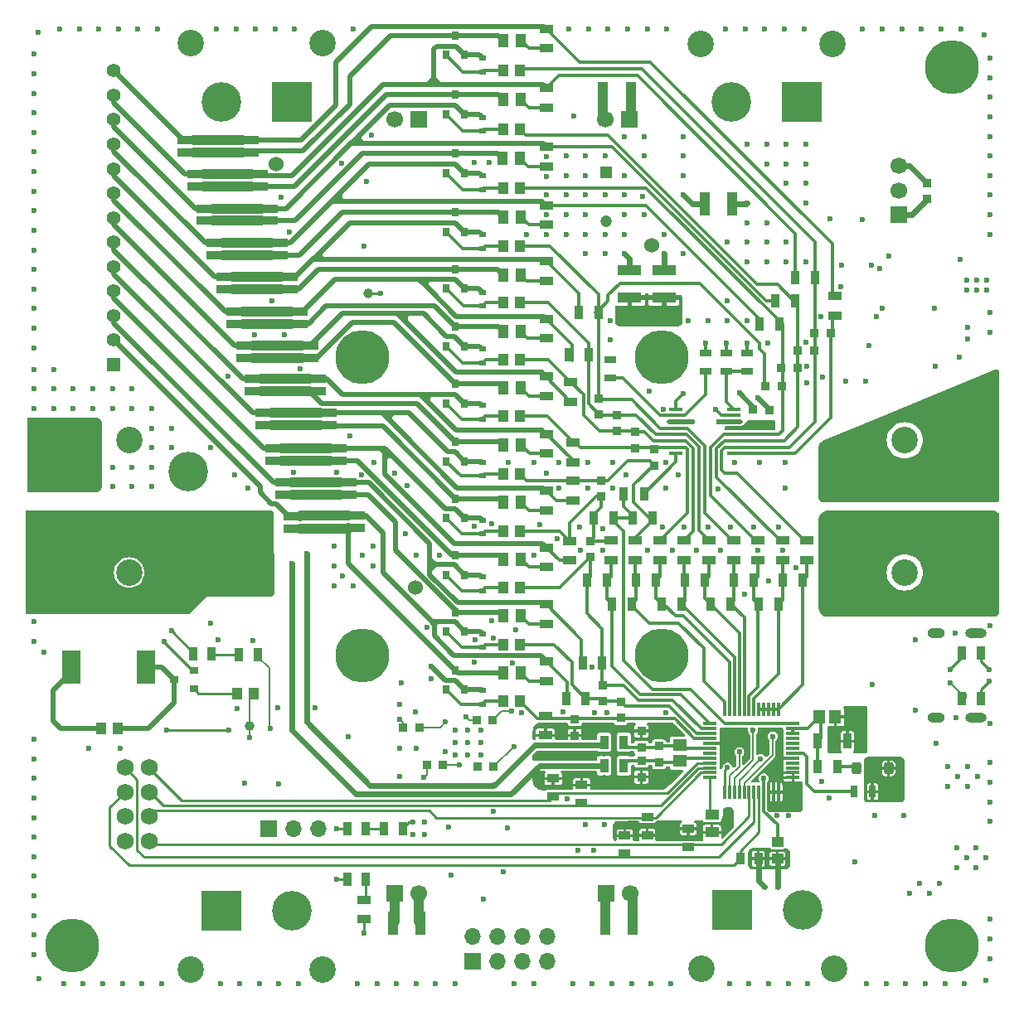
<source format=gtl>
G04 #@! TF.GenerationSoftware,KiCad,Pcbnew,7.0.10*
G04 #@! TF.CreationDate,2025-07-14T05:46:52-04:00*
G04 #@! TF.ProjectId,bms-board,626d732d-626f-4617-9264-2e6b69636164,rev?*
G04 #@! TF.SameCoordinates,Original*
G04 #@! TF.FileFunction,Copper,L1,Top*
G04 #@! TF.FilePolarity,Positive*
%FSLAX46Y46*%
G04 Gerber Fmt 4.6, Leading zero omitted, Abs format (unit mm)*
G04 Created by KiCad (PCBNEW 7.0.10) date 2025-07-14 05:46:52*
%MOMM*%
%LPD*%
G01*
G04 APERTURE LIST*
G04 Aperture macros list*
%AMRoundRect*
0 Rectangle with rounded corners*
0 $1 Rounding radius*
0 $2 $3 $4 $5 $6 $7 $8 $9 X,Y pos of 4 corners*
0 Add a 4 corners polygon primitive as box body*
4,1,4,$2,$3,$4,$5,$6,$7,$8,$9,$2,$3,0*
0 Add four circle primitives for the rounded corners*
1,1,$1+$1,$2,$3*
1,1,$1+$1,$4,$5*
1,1,$1+$1,$6,$7*
1,1,$1+$1,$8,$9*
0 Add four rect primitives between the rounded corners*
20,1,$1+$1,$2,$3,$4,$5,0*
20,1,$1+$1,$4,$5,$6,$7,0*
20,1,$1+$1,$6,$7,$8,$9,0*
20,1,$1+$1,$8,$9,$2,$3,0*%
%AMFreePoly0*
4,1,19,-3.850000,3.850000,3.850000,3.850000,3.850000,-3.080000,3.834092,-3.235708,3.777857,-3.405416,3.684000,-3.557581,3.557581,-3.684000,3.405416,-3.777857,3.235708,-3.834092,3.080000,-3.850000,-3.080000,-3.850000,-3.235708,-3.834092,-3.405416,-3.777857,-3.557581,-3.684000,-3.684000,-3.557581,-3.777857,-3.405416,-3.834092,-3.235708,-3.850000,-3.080000,-3.850000,3.850000,-3.850000,3.850000,
$1*%
G04 Aperture macros list end*
G04 #@! TA.AperFunction,ComponentPad*
%ADD10R,1.700000X1.700000*%
G04 #@! TD*
G04 #@! TA.AperFunction,ComponentPad*
%ADD11C,1.700000*%
G04 #@! TD*
G04 #@! TA.AperFunction,ComponentPad*
%ADD12C,1.400000*%
G04 #@! TD*
G04 #@! TA.AperFunction,ComponentPad*
%ADD13R,1.400000X1.400000*%
G04 #@! TD*
G04 #@! TA.AperFunction,ComponentPad*
%ADD14C,1.752600*%
G04 #@! TD*
G04 #@! TA.AperFunction,ComponentPad*
%ADD15R,4.050000X4.050000*%
G04 #@! TD*
G04 #@! TA.AperFunction,ComponentPad*
%ADD16C,4.050000*%
G04 #@! TD*
G04 #@! TA.AperFunction,ComponentPad*
%ADD17C,2.700000*%
G04 #@! TD*
G04 #@! TA.AperFunction,ComponentPad*
%ADD18O,1.800000X1.000000*%
G04 #@! TD*
G04 #@! TA.AperFunction,ComponentPad*
%ADD19O,2.200000X1.000000*%
G04 #@! TD*
G04 #@! TA.AperFunction,SMDPad,CuDef*
%ADD20R,1.450000X0.950000*%
G04 #@! TD*
G04 #@! TA.AperFunction,ComponentPad*
%ADD21C,5.500000*%
G04 #@! TD*
G04 #@! TA.AperFunction,SMDPad,CuDef*
%ADD22R,1.397000X0.863600*%
G04 #@! TD*
G04 #@! TA.AperFunction,SMDPad,CuDef*
%ADD23R,0.700000X1.300000*%
G04 #@! TD*
G04 #@! TA.AperFunction,SMDPad,CuDef*
%ADD24R,0.863600X1.397000*%
G04 #@! TD*
G04 #@! TA.AperFunction,SMDPad,CuDef*
%ADD25R,0.950000X1.450000*%
G04 #@! TD*
G04 #@! TA.AperFunction,SMDPad,CuDef*
%ADD26R,3.352800X0.903200*%
G04 #@! TD*
G04 #@! TA.AperFunction,SMDPad,CuDef*
%ADD27R,0.700000X0.600000*%
G04 #@! TD*
G04 #@! TA.AperFunction,SMDPad,CuDef*
%ADD28R,1.016000X1.193800*%
G04 #@! TD*
G04 #@! TA.AperFunction,SMDPad,CuDef*
%ADD29R,0.300000X1.475000*%
G04 #@! TD*
G04 #@! TA.AperFunction,SMDPad,CuDef*
%ADD30R,1.475000X0.300000*%
G04 #@! TD*
G04 #@! TA.AperFunction,SMDPad,CuDef*
%ADD31R,0.863600X1.244600*%
G04 #@! TD*
G04 #@! TA.AperFunction,SMDPad,CuDef*
%ADD32R,2.489200X1.066800*%
G04 #@! TD*
G04 #@! TA.AperFunction,ComponentPad*
%ADD33C,0.800000*%
G04 #@! TD*
G04 #@! TA.AperFunction,SMDPad,CuDef*
%ADD34FreePoly0,90.000000*%
G04 #@! TD*
G04 #@! TA.AperFunction,SMDPad,CuDef*
%ADD35R,0.965200X1.346200*%
G04 #@! TD*
G04 #@! TA.AperFunction,SMDPad,CuDef*
%ADD36R,0.800000X0.900000*%
G04 #@! TD*
G04 #@! TA.AperFunction,SMDPad,CuDef*
%ADD37R,1.244600X0.863600*%
G04 #@! TD*
G04 #@! TA.AperFunction,SMDPad,CuDef*
%ADD38R,1.000000X1.400000*%
G04 #@! TD*
G04 #@! TA.AperFunction,SMDPad,CuDef*
%ADD39R,0.889000X0.863600*%
G04 #@! TD*
G04 #@! TA.AperFunction,SMDPad,CuDef*
%ADD40R,0.900000X0.800000*%
G04 #@! TD*
G04 #@! TA.AperFunction,SMDPad,CuDef*
%ADD41R,0.920000X1.380000*%
G04 #@! TD*
G04 #@! TA.AperFunction,SMDPad,CuDef*
%ADD42R,0.863600X0.889000*%
G04 #@! TD*
G04 #@! TA.AperFunction,SMDPad,CuDef*
%ADD43RoundRect,0.242500X-0.242500X-0.367500X0.242500X-0.367500X0.242500X0.367500X-0.242500X0.367500X0*%
G04 #@! TD*
G04 #@! TA.AperFunction,SMDPad,CuDef*
%ADD44R,1.470000X1.110000*%
G04 #@! TD*
G04 #@! TA.AperFunction,SMDPad,CuDef*
%ADD45R,1.066800X2.489200*%
G04 #@! TD*
G04 #@! TA.AperFunction,SMDPad,CuDef*
%ADD46R,1.300000X0.700000*%
G04 #@! TD*
G04 #@! TA.AperFunction,SMDPad,CuDef*
%ADD47R,0.930000X0.890000*%
G04 #@! TD*
G04 #@! TA.AperFunction,SMDPad,CuDef*
%ADD48R,1.409700X0.355600*%
G04 #@! TD*
G04 #@! TA.AperFunction,SMDPad,CuDef*
%ADD49R,1.449997X1.305598*%
G04 #@! TD*
G04 #@! TA.AperFunction,ComponentPad*
%ADD50O,1.700000X1.700000*%
G04 #@! TD*
G04 #@! TA.AperFunction,ComponentPad*
%ADD51C,1.530000*%
G04 #@! TD*
G04 #@! TA.AperFunction,SMDPad,CuDef*
%ADD52R,1.193800X1.016000*%
G04 #@! TD*
G04 #@! TA.AperFunction,SMDPad,CuDef*
%ADD53C,1.000000*%
G04 #@! TD*
G04 #@! TA.AperFunction,SMDPad,CuDef*
%ADD54R,1.854200X3.403600*%
G04 #@! TD*
G04 #@! TA.AperFunction,SMDPad,CuDef*
%ADD55R,0.855600X1.600000*%
G04 #@! TD*
G04 #@! TA.AperFunction,SMDPad,CuDef*
%ADD56R,1.305598X1.449997*%
G04 #@! TD*
G04 #@! TA.AperFunction,SMDPad,CuDef*
%ADD57R,1.380000X0.920000*%
G04 #@! TD*
G04 #@! TA.AperFunction,SMDPad,CuDef*
%ADD58FreePoly0,270.000000*%
G04 #@! TD*
G04 #@! TA.AperFunction,ComponentPad*
%ADD59R,1.200000X1.200000*%
G04 #@! TD*
G04 #@! TA.AperFunction,ComponentPad*
%ADD60C,1.200000*%
G04 #@! TD*
G04 #@! TA.AperFunction,ComponentPad*
%ADD61C,0.600000*%
G04 #@! TD*
G04 #@! TA.AperFunction,ViaPad*
%ADD62C,0.600000*%
G04 #@! TD*
G04 #@! TA.AperFunction,Conductor*
%ADD63C,0.600000*%
G04 #@! TD*
G04 #@! TA.AperFunction,Conductor*
%ADD64C,0.200000*%
G04 #@! TD*
G04 #@! TA.AperFunction,Conductor*
%ADD65C,0.500000*%
G04 #@! TD*
G04 #@! TA.AperFunction,Conductor*
%ADD66C,0.250000*%
G04 #@! TD*
G04 #@! TA.AperFunction,Conductor*
%ADD67C,1.000000*%
G04 #@! TD*
G04 #@! TA.AperFunction,Conductor*
%ADD68C,0.300000*%
G04 #@! TD*
G04 APERTURE END LIST*
D10*
X147875750Y-59700000D03*
D11*
X145375750Y-59700000D03*
D10*
X126400000Y-59680000D03*
D11*
X123900000Y-59680000D03*
D12*
X95250000Y-54700000D03*
X95250000Y-57200000D03*
X95250000Y-59700000D03*
X95250000Y-62200000D03*
X95250000Y-64700000D03*
X95250000Y-67200000D03*
X95250000Y-69700000D03*
X95250000Y-72200000D03*
X95250000Y-74700000D03*
X95250000Y-77200000D03*
X95250000Y-79700000D03*
X95250000Y-82200000D03*
D13*
X95250000Y-84700000D03*
D14*
X98858098Y-125900000D03*
X98858098Y-128400000D03*
X98858098Y-130900000D03*
X98858098Y-133400000D03*
X96358098Y-125900000D03*
X96358098Y-128400000D03*
X96358098Y-130900000D03*
X96358098Y-133400000D03*
D15*
X106200000Y-140500000D03*
D16*
X113400000Y-140500000D03*
D17*
X103050000Y-146500000D03*
X116550000Y-146500000D03*
D10*
X123900000Y-138720000D03*
D11*
X126400000Y-138720000D03*
X147975750Y-138740000D03*
D10*
X145475750Y-138740000D03*
D17*
X168750000Y-146457500D03*
X155250000Y-146457500D03*
D16*
X165600000Y-140457500D03*
D15*
X158400000Y-140457500D03*
D18*
X179230000Y-112110000D03*
X179230000Y-120750000D03*
D19*
X183230000Y-112110000D03*
X183230000Y-120750000D03*
D10*
X175420000Y-69400000D03*
D11*
X175420000Y-66900000D03*
X175420000Y-64400000D03*
D17*
X155150000Y-51920000D03*
X168650000Y-51920000D03*
D16*
X158300000Y-57920000D03*
D15*
X165500000Y-57920000D03*
X113400000Y-57900000D03*
D16*
X106200000Y-57900000D03*
D17*
X116550000Y-51900000D03*
X103050000Y-51900000D03*
D20*
X139300000Y-122600000D03*
X139300000Y-120600000D03*
D21*
X151150000Y-114450000D03*
D22*
X148500000Y-102642600D03*
X148500000Y-104700000D03*
D23*
X170800000Y-128360000D03*
X172700000Y-128360000D03*
D24*
X161042600Y-109171300D03*
X163100000Y-109171300D03*
D25*
X161200000Y-80600000D03*
X163200000Y-80600000D03*
D20*
X139401800Y-87900000D03*
X139401800Y-85900000D03*
D25*
X141400000Y-118800000D03*
X143400000Y-118800000D03*
D26*
X107400000Y-77000000D03*
X107400000Y-75744200D03*
D27*
X132850900Y-107800000D03*
X132850900Y-106400000D03*
D28*
X136701800Y-78400000D03*
X135000000Y-78400000D03*
D29*
X163100000Y-119924000D03*
X162600000Y-119924000D03*
X162100000Y-119924000D03*
X161600000Y-119924000D03*
X161100000Y-119924000D03*
X160600000Y-119924000D03*
X160100000Y-119924000D03*
X159600000Y-119924000D03*
X159100000Y-119924000D03*
X158600000Y-119924000D03*
X158100000Y-119924000D03*
X157600000Y-119924000D03*
D30*
X156112000Y-121412000D03*
X156112000Y-121912000D03*
X156112000Y-122412000D03*
X156112000Y-122912000D03*
X156112000Y-123412000D03*
X156112000Y-123912000D03*
X156112000Y-124412000D03*
X156112000Y-124912000D03*
X156112000Y-125412000D03*
X156112000Y-125912000D03*
X156112000Y-126412000D03*
X156112000Y-126912000D03*
D29*
X157600000Y-128400000D03*
X158100000Y-128400000D03*
X158600000Y-128400000D03*
X159100000Y-128400000D03*
X159600000Y-128400000D03*
X160100000Y-128400000D03*
X160600000Y-128400000D03*
X161100000Y-128400000D03*
X161600000Y-128400000D03*
X162100000Y-128400000D03*
X162600000Y-128400000D03*
X163100000Y-128400000D03*
D30*
X164588000Y-126912000D03*
X164588000Y-126412000D03*
X164588000Y-125912000D03*
X164588000Y-125412000D03*
X164588000Y-124912000D03*
X164588000Y-124412000D03*
X164588000Y-123912000D03*
X164588000Y-123412000D03*
X164588000Y-122912000D03*
X164588000Y-122412000D03*
X164588000Y-121912000D03*
X164588000Y-121412000D03*
D31*
X161054200Y-135200000D03*
X159200000Y-135200000D03*
D25*
X147300000Y-125700000D03*
X145300000Y-125700000D03*
D32*
X147911200Y-75055200D03*
X147911200Y-77900000D03*
D20*
X168900000Y-77700000D03*
X168900000Y-79700000D03*
D32*
X151400000Y-75055200D03*
X151400000Y-77900000D03*
D33*
X86900000Y-107700000D03*
X88200000Y-107700000D03*
X89500000Y-107700000D03*
X90800000Y-107700000D03*
X92100000Y-107700000D03*
X93400000Y-107700000D03*
X86900000Y-106400000D03*
X88200000Y-106400000D03*
X89500000Y-106400000D03*
X90800000Y-106400000D03*
X92100000Y-106400000D03*
X93400000Y-106400000D03*
X86900000Y-105100000D03*
X88200000Y-105100000D03*
X89500000Y-105100000D03*
X90800000Y-105100000D03*
X92100000Y-105100000D03*
X93400000Y-105100000D03*
D34*
X90200000Y-104450000D03*
D33*
X86900000Y-103800000D03*
X88200000Y-103800000D03*
X89500000Y-103800000D03*
X90800000Y-103800000D03*
X92100000Y-103800000D03*
X93400000Y-103800000D03*
D15*
X102800000Y-102800000D03*
D33*
X86900000Y-102500000D03*
X88200000Y-102500000D03*
X89500000Y-102500000D03*
X90800000Y-102500000D03*
X92100000Y-102500000D03*
X93400000Y-102500000D03*
X86900000Y-101200000D03*
X88200000Y-101200000D03*
X89500000Y-101200000D03*
X90800000Y-101200000D03*
X92100000Y-101200000D03*
X93400000Y-101200000D03*
X86900000Y-97200000D03*
X88200000Y-97200000D03*
X89500000Y-97200000D03*
X90800000Y-97200000D03*
X92100000Y-97200000D03*
X93400000Y-97200000D03*
X86900000Y-95900000D03*
X88200000Y-95900000D03*
X89500000Y-95900000D03*
X90800000Y-95900000D03*
X92100000Y-95900000D03*
X93400000Y-95900000D03*
D16*
X102800000Y-95600000D03*
D33*
X86900000Y-94600000D03*
X88200000Y-94600000D03*
X89500000Y-94600000D03*
X90800000Y-94600000D03*
X92100000Y-94600000D03*
X93400000Y-94600000D03*
D34*
X90200000Y-93950000D03*
D33*
X86900000Y-93300000D03*
X88200000Y-93300000D03*
X89500000Y-93300000D03*
X90800000Y-93300000D03*
X92100000Y-93300000D03*
X93400000Y-93300000D03*
X86900000Y-92000000D03*
X88200000Y-92000000D03*
X89500000Y-92000000D03*
X90800000Y-92000000D03*
X92100000Y-92000000D03*
X93400000Y-92000000D03*
X86900000Y-90700000D03*
X88200000Y-90700000D03*
X89500000Y-90700000D03*
X90800000Y-90700000D03*
X92100000Y-90700000D03*
X93400000Y-90700000D03*
D17*
X96800000Y-92450000D03*
X96800000Y-105950000D03*
D24*
X146300000Y-100400000D03*
X144242600Y-100400000D03*
D26*
X103400000Y-63027900D03*
X103400000Y-61772100D03*
X117300000Y-94527900D03*
X117300000Y-93272100D03*
D35*
X119100000Y-132100000D03*
X120954200Y-132100000D03*
D26*
X113300000Y-80555800D03*
X113300000Y-79300000D03*
D36*
X129151600Y-112000000D03*
X131052000Y-112000000D03*
X130101800Y-110000000D03*
D37*
X153900000Y-132145800D03*
X153900000Y-134000000D03*
D38*
X135000000Y-104600000D03*
X136800000Y-104600000D03*
D39*
X142300000Y-122625500D03*
X142300000Y-120974500D03*
D26*
X115200000Y-87427900D03*
X115200000Y-86172100D03*
D40*
X103400000Y-117850200D03*
X103400000Y-115949800D03*
X101400000Y-116900000D03*
D41*
X183755000Y-114200000D03*
X181845000Y-114200000D03*
D24*
X149357400Y-97900000D03*
X147300000Y-97900000D03*
D42*
X126437500Y-121775000D03*
X124786500Y-121775000D03*
D26*
X111300000Y-73527900D03*
X111300000Y-72272100D03*
D20*
X139401800Y-105400000D03*
X139401800Y-103400000D03*
D43*
X171060000Y-125960000D03*
X174340000Y-125960000D03*
D25*
X162800000Y-78200000D03*
X164800000Y-78200000D03*
D37*
X140100000Y-127000000D03*
X140100000Y-128854200D03*
D24*
X146100000Y-109171300D03*
X148157400Y-109171300D03*
D21*
X180800000Y-54300000D03*
D38*
X135000000Y-110400000D03*
X136800000Y-110400000D03*
D20*
X139401800Y-82051000D03*
X139401800Y-80051000D03*
D28*
X109500000Y-118300000D03*
X107798200Y-118300000D03*
D35*
X119072900Y-137300000D03*
X120927100Y-137300000D03*
D39*
X145000000Y-98200000D03*
X145000000Y-96549000D03*
D22*
X151000000Y-102642600D03*
X151000000Y-104700000D03*
D39*
X150400000Y-95025500D03*
X150400000Y-93374500D03*
D25*
X142700000Y-79400000D03*
X144700000Y-79400000D03*
D44*
X156300000Y-130700000D03*
X156300000Y-132500000D03*
D27*
X132850900Y-113600000D03*
X132850900Y-112200000D03*
D37*
X149700000Y-132800000D03*
X149700000Y-130945800D03*
D20*
X139401800Y-111200000D03*
X139401800Y-109200000D03*
D28*
X136701800Y-119125000D03*
X135000000Y-119125000D03*
D26*
X109400000Y-84055800D03*
X109400000Y-82800000D03*
D39*
X148500000Y-93251000D03*
X148500000Y-91600000D03*
D38*
X135000000Y-75551000D03*
X136800000Y-75551000D03*
D24*
X163542600Y-106771300D03*
X165600000Y-106771300D03*
D25*
X164800000Y-75800000D03*
X166800000Y-75800000D03*
D28*
X136701800Y-84200000D03*
X135000000Y-84200000D03*
D38*
X135000000Y-51600000D03*
X136800000Y-51600000D03*
D41*
X183755000Y-118800000D03*
X181845000Y-118800000D03*
D24*
X148542600Y-106771300D03*
X150600000Y-106771300D03*
D27*
X132850900Y-119425000D03*
X132850900Y-118025000D03*
D22*
X158500000Y-102642600D03*
X158500000Y-104700000D03*
D20*
X141900000Y-88500000D03*
X141900000Y-86500000D03*
X139401800Y-64451000D03*
X139401800Y-62451000D03*
D28*
X136701800Y-113300000D03*
X135000000Y-113300000D03*
D45*
X126572400Y-141800000D03*
X123727600Y-141800000D03*
D22*
X153500000Y-102642600D03*
X153500000Y-104700000D03*
D26*
X104400000Y-66527900D03*
X104400000Y-65272100D03*
D36*
X129151600Y-117925000D03*
X131052000Y-117925000D03*
X130101800Y-115925000D03*
D26*
X108400000Y-80555800D03*
X108400000Y-79300000D03*
D37*
X147400000Y-132845800D03*
X147400000Y-134700000D03*
D21*
X120650000Y-83950000D03*
D46*
X155700000Y-85411000D03*
X155700000Y-83511000D03*
D39*
X150900000Y-123700000D03*
X150900000Y-125351000D03*
D38*
X135000000Y-81351000D03*
X136800000Y-81351000D03*
D22*
X146000000Y-102642600D03*
X146000000Y-104700000D03*
D45*
X145155200Y-57000000D03*
X148000000Y-57000000D03*
D38*
X135001800Y-116225000D03*
X136801800Y-116225000D03*
X135000000Y-69651000D03*
X136800000Y-69651000D03*
D21*
X151150000Y-83950000D03*
D26*
X114400000Y-84055800D03*
X114400000Y-82800000D03*
D36*
X129151600Y-59151000D03*
X131052000Y-59151000D03*
X130101800Y-57151000D03*
D28*
X136701800Y-101700000D03*
X135000000Y-101700000D03*
D20*
X139401800Y-70451000D03*
X139401800Y-68451000D03*
D24*
X156142600Y-109171300D03*
X158200000Y-109171300D03*
D25*
X169100000Y-125800000D03*
X167100000Y-125800000D03*
D26*
X112400000Y-94527900D03*
X112400000Y-93272100D03*
D39*
X145200000Y-119100000D03*
X145200000Y-117449000D03*
D21*
X180800000Y-144100000D03*
D42*
X127186500Y-125575000D03*
X128837500Y-125575000D03*
D20*
X139401800Y-99600000D03*
X139401800Y-97600000D03*
D35*
X103372900Y-114300000D03*
X105227100Y-114300000D03*
D26*
X106400000Y-73527900D03*
X106400000Y-72272100D03*
D21*
X91000000Y-144100000D03*
D28*
X136701800Y-54700000D03*
X135000000Y-54700000D03*
D25*
X141700000Y-83700000D03*
X143700000Y-83700000D03*
D24*
X153542600Y-106771300D03*
X155600000Y-106771300D03*
D36*
X129151600Y-106200000D03*
X131052000Y-106200000D03*
X130101800Y-104200000D03*
D42*
X165074500Y-83300000D03*
X166725500Y-83300000D03*
D47*
X162200000Y-89385500D03*
X162200000Y-90925500D03*
D20*
X142100000Y-94700000D03*
X142100000Y-92700000D03*
D28*
X136701800Y-66700000D03*
X135000000Y-66700000D03*
D48*
X152600000Y-89250002D03*
X152600000Y-89900000D03*
X152600000Y-90550002D03*
X152600000Y-91200000D03*
X152600000Y-91849999D03*
X152600000Y-92500000D03*
X152600000Y-93149999D03*
X152600000Y-93800000D03*
X158505500Y-93800000D03*
X158505500Y-93150002D03*
X158505500Y-92500000D03*
X158505500Y-91850002D03*
X158505500Y-91200003D03*
X158505500Y-90550002D03*
X158505500Y-89900003D03*
X158505500Y-89250002D03*
D28*
X136701800Y-107500000D03*
X135000000Y-107500000D03*
D36*
X129151600Y-94600000D03*
X131052000Y-94600000D03*
X130101800Y-92600000D03*
D42*
X161774500Y-86900000D03*
X163425500Y-86900000D03*
D41*
X124755000Y-132100000D03*
X122845000Y-132100000D03*
D28*
X95600000Y-121900000D03*
X93898200Y-121900000D03*
D42*
X163374500Y-85100000D03*
X165025500Y-85100000D03*
D36*
X129151600Y-71151000D03*
X131052000Y-71151000D03*
X130101800Y-69151000D03*
X129151600Y-76951000D03*
X131052000Y-76951000D03*
X130101800Y-74951000D03*
D28*
X136701800Y-95900000D03*
X135000000Y-95900000D03*
D26*
X112300000Y-77000000D03*
X112300000Y-75744200D03*
D38*
X135001800Y-92900000D03*
X136801800Y-92900000D03*
D24*
X143542600Y-106771300D03*
X145600000Y-106771300D03*
D20*
X139401800Y-76151000D03*
X139401800Y-74151000D03*
D25*
X143100000Y-115200000D03*
X145100000Y-115200000D03*
D26*
X116272100Y-90927900D03*
X116272100Y-89672100D03*
D38*
X134901800Y-63651000D03*
X136701800Y-63651000D03*
D26*
X111372100Y-90927900D03*
X111372100Y-89672100D03*
D27*
X132850900Y-72851000D03*
X132850900Y-71451000D03*
D39*
X149100000Y-123800000D03*
X149100000Y-122149000D03*
D26*
X118300000Y-98027900D03*
X118300000Y-96772100D03*
D39*
X178300000Y-66174500D03*
X178300000Y-67825500D03*
D21*
X120650000Y-114450000D03*
D49*
X153000000Y-125205598D03*
X153000000Y-123600000D03*
D46*
X157794500Y-85405500D03*
X157794500Y-83505500D03*
D26*
X114277600Y-101453657D03*
X114277600Y-100197857D03*
D36*
X129151600Y-88700000D03*
X131052000Y-88700000D03*
X130101800Y-86700000D03*
D10*
X131900000Y-145675000D03*
D50*
X131900000Y-143135000D03*
X134440000Y-145675000D03*
X134440000Y-143135000D03*
X136980000Y-145675000D03*
X136980000Y-143135000D03*
X139520000Y-145675000D03*
X139520000Y-143135000D03*
D39*
X144700000Y-89825500D03*
X144700000Y-88174500D03*
D20*
X139401800Y-52400000D03*
X139401800Y-50400000D03*
D51*
X150200000Y-72500000D03*
D36*
X129151600Y-100400000D03*
X131052000Y-100400000D03*
X130101800Y-98400000D03*
D20*
X139401800Y-58451000D03*
X139401800Y-56451000D03*
D28*
X136701800Y-72600000D03*
X135000000Y-72600000D03*
D26*
X109300000Y-66527900D03*
X109300000Y-65272100D03*
D39*
X143900000Y-104368100D03*
X143900000Y-102717100D03*
D52*
X163000000Y-135201800D03*
X163000000Y-133500000D03*
D20*
X141800000Y-104742600D03*
X141800000Y-102742600D03*
D26*
X105400000Y-70027900D03*
X105400000Y-68772100D03*
X108300000Y-63027900D03*
X108300000Y-61772100D03*
D37*
X143000000Y-127672900D03*
X143000000Y-129527100D03*
D24*
X151142600Y-109171300D03*
X153200000Y-109171300D03*
D38*
X135001800Y-87100000D03*
X136801800Y-87100000D03*
D53*
X109100000Y-121600000D03*
D54*
X98500000Y-115600000D03*
X90854600Y-115600000D03*
D45*
X155555200Y-68300000D03*
X158400000Y-68300000D03*
D27*
X132850900Y-90300000D03*
X132850900Y-88900000D03*
D25*
X147300000Y-123300000D03*
X145300000Y-123300000D03*
D39*
X149100000Y-125200000D03*
X149100000Y-126851000D03*
D26*
X110300000Y-70027900D03*
X110300000Y-68772100D03*
D27*
X132850900Y-60851000D03*
X132850900Y-59451000D03*
D26*
X110300000Y-87427900D03*
X110300000Y-86172100D03*
D36*
X129151600Y-82851000D03*
X131052000Y-82851000D03*
X130101800Y-80851000D03*
D46*
X145900000Y-84200000D03*
X145900000Y-86100000D03*
D39*
X160500000Y-89274500D03*
X160500000Y-90925500D03*
D20*
X139401800Y-117025000D03*
X139401800Y-115025000D03*
D28*
X136701800Y-60700000D03*
X135000000Y-60700000D03*
D55*
X170127801Y-123200000D03*
X167072199Y-123200000D03*
D26*
X119200000Y-101427257D03*
X119200000Y-100171457D03*
D53*
X121200000Y-77400000D03*
D24*
X148200000Y-100400000D03*
X150257400Y-100400000D03*
D56*
X168902799Y-120700000D03*
X167297201Y-120700000D03*
D22*
X156000000Y-102642600D03*
X156000000Y-104700000D03*
D36*
X129151600Y-65151000D03*
X131052000Y-65151000D03*
X130101800Y-63151000D03*
D22*
X166000000Y-102642600D03*
X166000000Y-104700000D03*
D57*
X120800000Y-139445000D03*
X120800000Y-141355000D03*
D20*
X142100000Y-98600000D03*
X142100000Y-96600000D03*
D45*
X148222400Y-141800000D03*
X145377600Y-141800000D03*
D27*
X132850900Y-66851000D03*
X132850900Y-65451000D03*
D39*
X147000000Y-119174500D03*
X147000000Y-120825500D03*
D42*
X132349000Y-125800000D03*
X134000000Y-125800000D03*
D20*
X139401800Y-93800000D03*
X139401800Y-91800000D03*
D42*
X166774500Y-81500000D03*
X168425500Y-81500000D03*
D36*
X129151600Y-53075300D03*
X131052000Y-53075300D03*
X130101800Y-51075300D03*
D38*
X135000000Y-57651000D03*
X136800000Y-57651000D03*
D22*
X163500000Y-102642600D03*
X163500000Y-104700000D03*
D27*
X132850900Y-84551000D03*
X132850900Y-83151000D03*
X132850900Y-78751000D03*
X132850900Y-77351000D03*
D24*
X158542600Y-106771300D03*
X160600000Y-106771300D03*
D33*
X185000000Y-89800000D03*
X183700000Y-89800000D03*
X182400000Y-89800000D03*
X181100000Y-89800000D03*
X179800000Y-89800000D03*
X178500000Y-89800000D03*
X185000000Y-91100000D03*
X183700000Y-91100000D03*
X182400000Y-91100000D03*
X181100000Y-91100000D03*
X179800000Y-91100000D03*
X178500000Y-91100000D03*
X185000000Y-92400000D03*
X183700000Y-92400000D03*
X182400000Y-92400000D03*
X181100000Y-92400000D03*
X179800000Y-92400000D03*
X178500000Y-92400000D03*
D58*
X181700000Y-93050000D03*
D33*
X185000000Y-93700000D03*
X183700000Y-93700000D03*
X182400000Y-93700000D03*
X181100000Y-93700000D03*
X179800000Y-93700000D03*
X178500000Y-93700000D03*
X185000000Y-95000000D03*
X183700000Y-95000000D03*
X182400000Y-95000000D03*
X181100000Y-95000000D03*
X179800000Y-95000000D03*
X178500000Y-95000000D03*
D15*
X170000000Y-95600000D03*
D33*
X185000000Y-96300000D03*
X183700000Y-96300000D03*
X182400000Y-96300000D03*
X181100000Y-96300000D03*
X179800000Y-96300000D03*
X178500000Y-96300000D03*
X185000000Y-102100000D03*
X183700000Y-102100000D03*
X182400000Y-102100000D03*
X181100000Y-102100000D03*
X179800000Y-102100000D03*
X178500000Y-102100000D03*
D16*
X170000000Y-102800000D03*
D33*
X185000000Y-103400000D03*
X183700000Y-103400000D03*
X182400000Y-103400000D03*
X181100000Y-103400000D03*
X179800000Y-103400000D03*
X178500000Y-103400000D03*
X185000000Y-104700000D03*
X183700000Y-104700000D03*
X182400000Y-104700000D03*
X181100000Y-104700000D03*
X179800000Y-104700000D03*
X178500000Y-104700000D03*
D58*
X181700000Y-105350000D03*
D33*
X185000000Y-106000000D03*
X183700000Y-106000000D03*
X182400000Y-106000000D03*
X181100000Y-106000000D03*
X179800000Y-106000000D03*
X178500000Y-106000000D03*
X185000000Y-107300000D03*
X183700000Y-107300000D03*
X182400000Y-107300000D03*
X181100000Y-107300000D03*
X179800000Y-107300000D03*
X178500000Y-107300000D03*
X185000000Y-108600000D03*
X183700000Y-108600000D03*
X182400000Y-108600000D03*
X181100000Y-108600000D03*
X179800000Y-108600000D03*
X178500000Y-108600000D03*
D17*
X176000000Y-92450000D03*
X176000000Y-105950000D03*
D28*
X136701800Y-90000000D03*
X135000000Y-90000000D03*
D46*
X159894500Y-85405500D03*
X159894500Y-83505500D03*
D39*
X146600000Y-91525500D03*
X146600000Y-89874500D03*
D22*
X161000000Y-102642600D03*
X161000000Y-104700000D03*
D38*
X135001800Y-98800000D03*
X136801800Y-98800000D03*
D27*
X132850900Y-54800000D03*
X132850900Y-53400000D03*
D26*
X113400000Y-98027900D03*
X113400000Y-96772100D03*
D42*
X132269302Y-121075000D03*
X133920302Y-121075000D03*
D27*
X132850900Y-96100000D03*
X132850900Y-94700000D03*
X132850900Y-102000000D03*
X132850900Y-100600000D03*
D25*
X109972886Y-114327100D03*
X107972886Y-114327100D03*
D10*
X111020000Y-132100000D03*
D50*
X113560000Y-132100000D03*
X116100000Y-132100000D03*
D51*
X126000000Y-107500000D03*
D59*
X145500000Y-65100000D03*
D60*
X145500000Y-70100000D03*
D51*
X111800000Y-64200000D03*
D61*
X132675000Y-124612500D03*
X132675000Y-123337500D03*
X132675000Y-122062500D03*
X131400000Y-124612500D03*
X131400000Y-123337500D03*
X131400000Y-122062500D03*
X130125000Y-124612500D03*
X130125000Y-123337500D03*
X130125000Y-122062500D03*
D62*
X170600000Y-106200000D03*
X184700000Y-125400000D03*
X121700000Y-105300000D03*
X184600000Y-115900000D03*
X90100000Y-148000000D03*
X124100000Y-148000000D03*
X142200000Y-59300000D03*
X170500000Y-120700000D03*
X153400000Y-67400000D03*
X157200000Y-103700000D03*
X129400000Y-132000000D03*
X152100000Y-148000000D03*
X121700000Y-103300000D03*
X159700000Y-123400000D03*
X118000000Y-137300000D03*
X154300000Y-90550002D03*
X145200000Y-101500000D03*
X181603503Y-83979752D03*
X184700000Y-65400000D03*
X174400000Y-73600000D03*
X145700000Y-50400000D03*
X173700000Y-50400000D03*
X126100000Y-148000000D03*
X143400000Y-71400000D03*
X143700000Y-50400000D03*
X175934750Y-130800000D03*
X108549998Y-127500000D03*
X163500000Y-103671300D03*
X155900000Y-101300000D03*
X161500000Y-122100000D03*
X157800000Y-82500000D03*
X117700000Y-105300000D03*
X184700000Y-131400000D03*
X147700000Y-50400000D03*
X87100000Y-135000000D03*
X140500000Y-102500000D03*
X138100000Y-148000000D03*
X180600000Y-100200000D03*
X179700000Y-50400000D03*
X87100000Y-75000000D03*
X124449000Y-123900000D03*
X140900000Y-122000000D03*
X150100000Y-148000000D03*
X121565080Y-61250000D03*
X112000000Y-119800000D03*
X96100000Y-148000000D03*
X107700000Y-50400000D03*
X124400000Y-119400000D03*
X115800000Y-119800000D03*
X152200000Y-121900000D03*
X172600000Y-100200000D03*
X91700000Y-50400000D03*
X143800000Y-122000000D03*
X153400000Y-65400000D03*
X99700000Y-50400000D03*
X100100000Y-148000000D03*
X138700000Y-101050000D03*
X87100000Y-123000000D03*
X108100000Y-148000000D03*
X184700000Y-111400000D03*
X87100000Y-131000000D03*
X127600000Y-116800000D03*
X172100000Y-148000000D03*
X184700000Y-71400000D03*
X184700000Y-67400000D03*
X132000000Y-101200000D03*
X141700000Y-50400000D03*
X149700000Y-50400000D03*
X164100000Y-128400000D03*
X141400000Y-71400000D03*
X182600000Y-100200000D03*
X128100000Y-148000000D03*
X149400000Y-69400000D03*
X168800000Y-123200000D03*
X167600000Y-85950000D03*
X181250000Y-120800000D03*
X149700000Y-103700000D03*
X172700000Y-117400000D03*
X161000000Y-88100000D03*
X87100000Y-129000000D03*
X160100000Y-148000000D03*
X112300000Y-67600000D03*
X164600000Y-127800000D03*
X120600000Y-104200000D03*
X143400000Y-73400000D03*
X138100000Y-104200000D03*
X182430500Y-80886501D03*
X175700000Y-50400000D03*
X184700000Y-59400000D03*
X161500000Y-122100000D03*
X141649265Y-124600735D03*
X100400000Y-113000000D03*
X168600000Y-108200000D03*
X176100000Y-148000000D03*
X144300000Y-127500000D03*
X157800000Y-123500000D03*
X142100000Y-148000000D03*
X184700000Y-55400000D03*
X182100000Y-148000000D03*
X133991998Y-112650000D03*
X87100000Y-139000000D03*
X150600000Y-127300000D03*
X141100000Y-120200000D03*
X109700000Y-50400000D03*
X174100000Y-148000000D03*
X182300000Y-135100000D03*
X129700000Y-136900000D03*
X166000000Y-84900000D03*
X146300000Y-124500000D03*
X151300000Y-101300000D03*
X118600000Y-106300000D03*
X179200000Y-123450000D03*
X142900000Y-103700000D03*
X178600000Y-100200000D03*
X158200000Y-101300000D03*
X148100000Y-148000000D03*
X170600000Y-108200000D03*
X183300000Y-136100000D03*
X135450000Y-132050000D03*
X145400000Y-71400000D03*
X110100000Y-148000000D03*
X117700000Y-107300000D03*
X163700000Y-50400000D03*
X147400000Y-127300000D03*
X163200000Y-123300000D03*
X151700000Y-50400000D03*
X87100000Y-137000000D03*
X172600000Y-106200000D03*
X133800000Y-101000000D03*
X87100000Y-127000000D03*
X136100000Y-123737500D03*
X117700000Y-103300000D03*
X138700000Y-127400000D03*
X87100000Y-83000000D03*
X162934170Y-130765830D03*
X184700000Y-79400000D03*
X184700000Y-143400000D03*
X180100000Y-148000000D03*
X162100000Y-148000000D03*
X94100000Y-148000000D03*
X87100000Y-55000000D03*
X153500000Y-101300000D03*
X112049998Y-127600000D03*
X158100000Y-148000000D03*
X145900000Y-84200000D03*
X145200000Y-103700000D03*
X107830000Y-119850000D03*
X184700000Y-63400000D03*
X87100000Y-141000000D03*
X146300000Y-122000000D03*
X113200000Y-71200000D03*
X161700000Y-138100000D03*
X177100000Y-112800000D03*
X87100000Y-63000000D03*
X177700000Y-50400000D03*
X87100000Y-69000000D03*
X184700000Y-127400000D03*
X171700000Y-50400000D03*
X166100000Y-148000000D03*
X184700000Y-121400000D03*
X87500000Y-50800000D03*
X87100000Y-79000000D03*
X158000000Y-130500000D03*
X87100000Y-145000000D03*
X181700000Y-50400000D03*
X145400000Y-73400000D03*
X174600000Y-108200000D03*
X118000000Y-132100000D03*
X161000000Y-103671300D03*
X92100000Y-148000000D03*
X87600000Y-147500000D03*
X168600000Y-106200000D03*
X172300000Y-82800000D03*
X176600000Y-100200000D03*
X178500000Y-138700000D03*
X151600000Y-120250000D03*
X135850000Y-120137500D03*
X147400000Y-71400000D03*
X151309620Y-89250000D03*
X176600000Y-102200000D03*
X87100000Y-143000000D03*
X127650000Y-115550000D03*
X163100000Y-101300000D03*
X137400000Y-71400000D03*
X161313236Y-124190188D03*
X87100000Y-71000000D03*
X153400000Y-73400000D03*
X105700000Y-50400000D03*
X141400000Y-69400000D03*
X184600000Y-117100000D03*
X179023751Y-79000000D03*
X144100000Y-148000000D03*
X87100000Y-111000000D03*
X182430500Y-82136501D03*
X126900000Y-126900000D03*
X181300000Y-134100000D03*
X124600000Y-117200000D03*
X147400000Y-73400000D03*
X162600000Y-126900000D03*
X184700000Y-129400000D03*
X119300000Y-92000000D03*
X130100000Y-148000000D03*
X160600000Y-101300000D03*
X159100000Y-87600000D03*
X95900000Y-123900000D03*
X173100000Y-79800000D03*
X147400000Y-69400000D03*
X184700000Y-69400000D03*
X151400000Y-73400000D03*
X181300000Y-136100000D03*
X164100000Y-130800000D03*
X161700000Y-50400000D03*
X93700000Y-50400000D03*
X126100000Y-104200000D03*
X139400000Y-69426002D03*
X113700000Y-50400000D03*
X172000000Y-86400000D03*
X179500000Y-137700000D03*
X173400000Y-74900000D03*
X112100000Y-148000000D03*
X184700000Y-61400000D03*
X184600000Y-100200000D03*
X120100000Y-148000000D03*
X101100000Y-111900000D03*
X157050000Y-90600000D03*
X87100000Y-67000000D03*
X178100000Y-148000000D03*
X142800000Y-101300000D03*
X163000000Y-138100000D03*
X184700000Y-53400000D03*
X184700000Y-141400000D03*
X133800000Y-110850000D03*
X134000000Y-130375000D03*
X151400000Y-71400000D03*
X113400000Y-105000000D03*
X87100000Y-133000000D03*
X87100000Y-57000000D03*
X87100000Y-113000000D03*
X87100000Y-61000000D03*
X170000000Y-86400000D03*
X184300000Y-135100000D03*
X171700000Y-69900000D03*
X124400000Y-120937500D03*
X174600000Y-102200000D03*
X87100000Y-53000000D03*
X166000000Y-86600000D03*
X143400000Y-69400000D03*
X177100000Y-120000000D03*
X149900000Y-87400000D03*
X114100000Y-148000000D03*
X147400000Y-131700000D03*
X135000000Y-136525000D03*
X122100000Y-148000000D03*
X87100000Y-59000000D03*
X87100000Y-73000000D03*
X151160000Y-132510000D03*
X172600000Y-104200000D03*
X162000000Y-82500000D03*
X139400000Y-71426002D03*
X136100000Y-148000000D03*
X181623751Y-74000000D03*
X176600000Y-108200000D03*
X152300000Y-103700000D03*
X128500000Y-104200000D03*
X106100000Y-148000000D03*
X119700000Y-50400000D03*
X183300000Y-134100000D03*
X172600000Y-74600000D03*
X165700000Y-50400000D03*
X153400000Y-61400000D03*
X177500000Y-137700000D03*
X132146553Y-112852760D03*
X171500000Y-121400000D03*
X184700000Y-57400000D03*
X168600000Y-100200000D03*
X144075002Y-115600000D03*
X111700000Y-50400000D03*
X184700000Y-81400000D03*
X98100000Y-148000000D03*
X181150000Y-112110000D03*
X87100000Y-77000000D03*
X184700000Y-145400000D03*
X89700000Y-50400000D03*
X174600000Y-100200000D03*
X153400000Y-63400000D03*
X172600000Y-108200000D03*
X87100000Y-125000000D03*
X164100000Y-148000000D03*
X95700000Y-50400000D03*
X159700000Y-50400000D03*
X146100000Y-148000000D03*
X184100000Y-51000000D03*
X97700000Y-50400000D03*
X150700000Y-121900000D03*
X176500000Y-138700000D03*
X157700000Y-50400000D03*
X184300000Y-147600000D03*
X133000000Y-139300000D03*
X154700000Y-103700000D03*
X119700000Y-107300000D03*
X87100000Y-65000000D03*
X87100000Y-81000000D03*
X92700000Y-123900000D03*
X125000000Y-102000000D03*
X170900000Y-135500000D03*
X126025919Y-120186581D03*
X125770000Y-131490000D03*
X132349000Y-125800000D03*
X126100000Y-123900000D03*
X169545600Y-74600000D03*
X136300000Y-111800000D03*
X119200000Y-122700000D03*
X126970000Y-131490000D03*
X142610000Y-134325000D03*
X145300000Y-131700000D03*
X126970000Y-132690000D03*
X136900000Y-120300000D03*
X144300000Y-120250000D03*
X125770000Y-132690000D03*
X129100000Y-124300000D03*
X143400000Y-131700000D03*
X131207054Y-120718282D03*
X127200000Y-111600000D03*
X129100000Y-121219669D03*
X124400000Y-126800000D03*
X132000000Y-115150000D03*
X145600000Y-120250000D03*
X169449000Y-76724998D03*
X144200000Y-134375000D03*
X141500000Y-129125000D03*
X130537500Y-125625000D03*
X135902017Y-115225287D03*
X141400000Y-65400000D03*
X91100000Y-87200000D03*
X172600000Y-98200000D03*
X95100000Y-87200000D03*
X172600000Y-92200000D03*
X172600000Y-92200000D03*
X132000000Y-64100000D03*
X147500000Y-96000000D03*
X99100000Y-91200000D03*
X147400000Y-61400000D03*
X97100000Y-95200000D03*
X93100000Y-89200000D03*
X155700000Y-82500000D03*
X105100000Y-93200000D03*
X170600000Y-92200000D03*
X143600000Y-97300000D03*
X143400000Y-67400000D03*
X147400000Y-67400000D03*
X101100000Y-93200000D03*
X145400000Y-67400000D03*
X159900000Y-82500000D03*
X182600000Y-98200000D03*
X143600000Y-94700000D03*
X140700000Y-97300000D03*
X174600000Y-90200000D03*
X87100000Y-89200000D03*
X151600000Y-94700000D03*
X91100000Y-89200000D03*
X138100000Y-94700000D03*
X180600000Y-88200000D03*
X120500000Y-96000000D03*
X152900000Y-96000000D03*
X97100000Y-87200000D03*
X158600000Y-94700000D03*
X161200000Y-94700000D03*
X149400000Y-63400000D03*
X139400000Y-95850000D03*
X108900000Y-97300000D03*
X107600000Y-96000000D03*
X122500000Y-77400000D03*
X99100000Y-95200000D03*
X121800000Y-94700000D03*
X182600000Y-88200000D03*
X141400000Y-63400000D03*
X149250000Y-67500000D03*
X120500000Y-96000000D03*
X184600000Y-88200000D03*
X141400000Y-67400000D03*
X118000000Y-95700000D03*
X163800000Y-94700000D03*
X108900000Y-97300000D03*
X121000000Y-66000000D03*
X95100000Y-95200000D03*
X99100000Y-93200000D03*
X146200000Y-97300000D03*
X89100000Y-87200000D03*
X184600000Y-86200000D03*
X139400000Y-67400000D03*
X176600000Y-96200000D03*
X87100000Y-85200000D03*
X160500000Y-90900000D03*
X113600000Y-95700000D03*
X89100000Y-85200000D03*
X151600000Y-97300000D03*
X89100000Y-89200000D03*
X101100000Y-91200000D03*
X162200000Y-90925500D03*
X182600000Y-88200000D03*
X143400000Y-63400000D03*
X99100000Y-89200000D03*
X178600000Y-98200000D03*
X107600000Y-96000000D03*
X93100000Y-87200000D03*
X146200000Y-94700000D03*
X120500000Y-96000000D03*
X140700000Y-94700000D03*
X145400000Y-63400000D03*
X135500000Y-94700000D03*
X180600000Y-98200000D03*
X133600000Y-64100000D03*
X163800000Y-97300000D03*
X174600000Y-96200000D03*
X99100000Y-97200000D03*
X125200000Y-97100000D03*
X175400000Y-127000000D03*
X179100000Y-84900000D03*
X174600000Y-98200000D03*
X139400000Y-63450000D03*
X123900000Y-95800000D03*
X184600000Y-98200000D03*
X143400000Y-65400000D03*
X172800000Y-126000000D03*
X97100000Y-89200000D03*
X147400000Y-65400000D03*
X174600000Y-94200000D03*
X109400000Y-112900000D03*
X176600000Y-90200000D03*
X97100000Y-97200000D03*
X176600000Y-98200000D03*
X149400000Y-61400000D03*
X95100000Y-97200000D03*
X87100000Y-87200000D03*
X139400000Y-65500000D03*
X95100000Y-89200000D03*
X156950000Y-97400000D03*
X159900000Y-62200000D03*
X91400000Y-116900000D03*
X161900000Y-72200000D03*
X168300000Y-129010000D03*
X159900000Y-68200000D03*
X163900000Y-72200000D03*
X180400000Y-127800000D03*
X88100000Y-114100000D03*
X182400000Y-127800000D03*
X145900000Y-82200000D03*
X184323751Y-76100000D03*
X172900000Y-130800000D03*
X149900000Y-80200000D03*
X147900000Y-80200000D03*
X165900000Y-64200000D03*
X161900000Y-74200000D03*
X182400000Y-125800000D03*
X155900000Y-80200000D03*
X183400000Y-126800000D03*
X90854600Y-115600000D03*
X159900000Y-74200000D03*
X167500000Y-127300000D03*
X161900000Y-64200000D03*
X161900000Y-62200000D03*
X157900000Y-80200000D03*
X161900000Y-74200000D03*
X105900000Y-112800000D03*
X120800000Y-142800000D03*
X163900000Y-74200000D03*
X163900000Y-66200000D03*
X184323751Y-77100000D03*
X157900000Y-72200000D03*
X145900000Y-82200000D03*
X151900000Y-80200000D03*
X182323751Y-76100000D03*
X183323751Y-76100000D03*
X114300000Y-85172100D03*
X157900000Y-78200000D03*
X159900000Y-74200000D03*
X145900000Y-80200000D03*
X153900000Y-80200000D03*
X165900000Y-66200000D03*
X165900000Y-74200000D03*
X180400000Y-125800000D03*
X163900000Y-64200000D03*
X159900000Y-72200000D03*
X112623502Y-81700000D03*
X163900000Y-62200000D03*
X165900000Y-62200000D03*
X173723751Y-79000000D03*
X182323751Y-77100000D03*
X161900000Y-70200000D03*
X90300000Y-114300000D03*
X159900000Y-70200000D03*
X181400000Y-126800000D03*
X183323751Y-77100000D03*
X159900000Y-80200000D03*
X165900000Y-68200000D03*
X160500000Y-122100000D03*
X162500000Y-122700000D03*
X159100000Y-124300000D03*
X180600000Y-115900000D03*
X161262868Y-124988603D03*
X157900000Y-125900000D03*
X180600000Y-117200000D03*
X161600000Y-127000000D03*
X168400000Y-69800000D03*
X159600000Y-108200000D03*
X100600000Y-122100000D03*
X107000000Y-122100000D03*
X111200000Y-121900000D03*
X99100000Y-101300000D03*
X109600000Y-104300000D03*
X103100000Y-107300000D03*
X108100000Y-102800000D03*
X95100000Y-107300000D03*
X114900000Y-104000000D03*
X97100000Y-109300000D03*
X95100000Y-103300000D03*
X109600000Y-102800000D03*
X111100000Y-105800000D03*
X109600000Y-105800000D03*
X105100000Y-105300000D03*
X108100000Y-104300000D03*
X105100000Y-107300000D03*
X87100000Y-109300000D03*
X95100000Y-109300000D03*
X99100000Y-109300000D03*
X111100000Y-104300000D03*
X111100000Y-102800000D03*
X111100000Y-107300000D03*
X93100000Y-109300000D03*
X111100000Y-101300000D03*
X109600000Y-107300000D03*
X108100000Y-101300000D03*
X91100000Y-109300000D03*
X99100000Y-103300000D03*
X89100000Y-109300000D03*
X101100000Y-107300000D03*
X108100000Y-107300000D03*
X95100000Y-101300000D03*
X99100000Y-105300000D03*
X97100000Y-103300000D03*
X108100000Y-105800000D03*
X97100000Y-101300000D03*
X99100000Y-107300000D03*
X109600000Y-101300000D03*
X153375000Y-87675000D03*
X165900000Y-82400000D03*
X164900000Y-105500000D03*
X167450000Y-79800000D03*
X162060000Y-106780000D03*
X106900000Y-85900000D03*
X105125000Y-111125000D03*
X109600000Y-81700000D03*
X118530331Y-64130331D03*
X156700000Y-89300000D03*
X111400000Y-78200000D03*
X120750000Y-72650000D03*
X109100000Y-122800000D03*
D63*
X120700000Y-128600000D02*
X135800000Y-128600000D01*
D64*
X124786500Y-121324000D02*
X124786500Y-121775000D01*
D65*
X127650000Y-115550000D02*
X129100000Y-117000000D01*
D66*
X145900000Y-84200000D02*
X146100000Y-84200000D01*
X100400000Y-113100000D02*
X103249800Y-115949800D01*
D65*
X131052000Y-117925000D02*
X132750900Y-117925000D01*
X132750900Y-117925000D02*
X132850900Y-118025000D01*
D66*
X184600000Y-117100000D02*
X183755000Y-117945000D01*
D63*
X151400000Y-75055200D02*
X151400000Y-73400000D01*
D65*
X160500000Y-89000000D02*
X160500000Y-89274500D01*
D67*
X145155200Y-59479450D02*
X145375750Y-59700000D01*
D68*
X157800000Y-82500000D02*
X157800000Y-83500000D01*
X162600000Y-126900000D02*
X162600000Y-125812500D01*
D63*
X147911200Y-75055200D02*
X147911200Y-73911200D01*
X175420000Y-64400000D02*
X176525500Y-64400000D01*
D64*
X127186500Y-125575000D02*
X127186500Y-126613500D01*
D63*
X147911200Y-73911200D02*
X147400000Y-73400000D01*
D67*
X147975750Y-138740000D02*
X148200000Y-138964250D01*
D64*
X134857802Y-120137500D02*
X133920302Y-121075000D01*
D63*
X161054200Y-137454200D02*
X161700000Y-138100000D01*
X176525500Y-64400000D02*
X178300000Y-66174500D01*
D64*
X124400000Y-120937500D02*
X124786500Y-121324000D01*
D63*
X113400000Y-122100000D02*
X119900000Y-128600000D01*
X154300000Y-68300000D02*
X153400000Y-67400000D01*
X135800000Y-128600000D02*
X138700000Y-125700000D01*
D67*
X126400000Y-141627600D02*
X126572400Y-141800000D01*
D68*
X157800000Y-83500000D02*
X157794500Y-83505500D01*
D66*
X184600000Y-115900000D02*
X183755000Y-115055000D01*
D65*
X157100000Y-90550000D02*
X159200000Y-90550000D01*
D67*
X148200000Y-141777600D02*
X148222400Y-141800000D01*
D65*
X130127000Y-117000000D02*
X131052000Y-117925000D01*
D66*
X183755000Y-117945000D02*
X183755000Y-118800000D01*
X103372900Y-114172900D02*
X103372900Y-114300000D01*
D65*
X161000000Y-88100000D02*
X162200000Y-89300000D01*
D66*
X100400000Y-113000000D02*
X100400000Y-113100000D01*
D65*
X159100000Y-87600000D02*
X160500000Y-89000000D01*
D63*
X163000000Y-135201800D02*
X163000000Y-138100000D01*
D66*
X119100000Y-132100000D02*
X118000000Y-132100000D01*
X101100000Y-111900000D02*
X103372900Y-114172900D01*
D63*
X113400000Y-105000000D02*
X113400000Y-122100000D01*
D64*
X135850000Y-120137500D02*
X134857802Y-120137500D01*
D68*
X162600000Y-125812500D02*
X163500500Y-124912000D01*
D67*
X148200000Y-138964250D02*
X148200000Y-141777600D01*
D64*
X136100000Y-123737500D02*
X136062500Y-123737500D01*
D68*
X157712000Y-123412000D02*
X157800000Y-123500000D01*
D67*
X126400000Y-138720000D02*
X126400000Y-141627600D01*
D66*
X119072900Y-137300000D02*
X118000000Y-137300000D01*
D68*
X156112000Y-123412000D02*
X157712000Y-123412000D01*
D63*
X155555200Y-68300000D02*
X154300000Y-68300000D01*
D65*
X129100000Y-117000000D02*
X130127000Y-117000000D01*
D68*
X163500500Y-124912000D02*
X164588000Y-124912000D01*
D65*
X154300000Y-90550002D02*
X151900000Y-90550002D01*
D66*
X103249800Y-115949800D02*
X103400000Y-115949800D01*
D65*
X162200000Y-89300000D02*
X162200000Y-89385500D01*
X157050000Y-90600000D02*
X157100000Y-90550000D01*
D63*
X161054200Y-135200000D02*
X161054200Y-137454200D01*
D64*
X127186500Y-126613500D02*
X126900000Y-126900000D01*
D66*
X183755000Y-115055000D02*
X183755000Y-114200000D01*
D63*
X138700000Y-125700000D02*
X145300000Y-125700000D01*
X119900000Y-128600000D02*
X120700000Y-128600000D01*
D64*
X136062500Y-123737500D02*
X134000000Y-125800000D01*
D67*
X145155200Y-57000000D02*
X145155200Y-59479450D01*
D68*
X166085201Y-121912000D02*
X164588000Y-121912000D01*
X167072199Y-123200000D02*
X167400000Y-122872199D01*
X167072199Y-125772199D02*
X167072199Y-123200000D01*
X167100000Y-125800000D02*
X167072199Y-125772199D01*
X167297201Y-120700000D02*
X166085201Y-121912000D01*
X167400000Y-120802799D02*
X167297201Y-120700000D01*
X164588000Y-121912000D02*
X164588000Y-122412000D01*
X167400000Y-122872199D02*
X167400000Y-120802799D01*
D66*
X125770000Y-131490000D02*
X125365000Y-131490000D01*
X125365000Y-131490000D02*
X124755000Y-132100000D01*
D64*
X128544669Y-121775000D02*
X126437500Y-121775000D01*
X132269302Y-121075000D02*
X131563772Y-121075000D01*
X129100000Y-121219669D02*
X128544669Y-121775000D01*
X131563772Y-121075000D02*
X131207054Y-120718282D01*
X130487500Y-125575000D02*
X130537500Y-125625000D01*
X128887500Y-125625000D02*
X128837500Y-125575000D01*
X128837500Y-125575000D02*
X130487500Y-125575000D01*
D66*
X121200000Y-77400000D02*
X122500000Y-77400000D01*
D68*
X155700000Y-82500000D02*
X155700000Y-83511000D01*
X159900000Y-83500000D02*
X159894500Y-83505500D01*
X159900000Y-82500000D02*
X159900000Y-83500000D01*
X150900000Y-123700000D02*
X152900000Y-123700000D01*
X149100000Y-123800000D02*
X150800000Y-123800000D01*
X153312000Y-123912000D02*
X156112000Y-123912000D01*
X153000000Y-123600000D02*
X153312000Y-123912000D01*
X147300000Y-123300000D02*
X147800000Y-123800000D01*
X150800000Y-123800000D02*
X150900000Y-123700000D01*
X147800000Y-123800000D02*
X149100000Y-123800000D01*
X149100000Y-125200000D02*
X150749000Y-125200000D01*
X150900000Y-125351000D02*
X152854598Y-125351000D01*
X150749000Y-125200000D02*
X150900000Y-125351000D01*
X147300000Y-125700000D02*
X147800000Y-125200000D01*
X153293598Y-124912000D02*
X156112000Y-124912000D01*
X153000000Y-125205598D02*
X153293598Y-124912000D01*
X147800000Y-125200000D02*
X149100000Y-125200000D01*
D66*
X156100000Y-126924000D02*
X156100000Y-130700000D01*
X156112000Y-126912000D02*
X156100000Y-126924000D01*
D67*
X123900000Y-138720000D02*
X123900000Y-141627600D01*
D65*
X89800000Y-121900000D02*
X89000000Y-121100000D01*
D67*
X145475750Y-138740000D02*
X145400000Y-138815750D01*
D65*
X93898200Y-121900000D02*
X89800000Y-121900000D01*
D67*
X123900000Y-141627600D02*
X123727600Y-141800000D01*
D66*
X120800000Y-141355000D02*
X120800000Y-142800000D01*
D67*
X148000000Y-59575750D02*
X147875750Y-59700000D01*
X145400000Y-138815750D02*
X145400000Y-141777600D01*
D63*
X176725500Y-69400000D02*
X178300000Y-67825500D01*
X175420000Y-69400000D02*
X176725500Y-69400000D01*
D67*
X148000000Y-57000000D02*
X148000000Y-59575750D01*
D65*
X89000000Y-121100000D02*
X89000000Y-118000000D01*
X89000000Y-118000000D02*
X90854600Y-116145400D01*
X90854600Y-116145400D02*
X90854600Y-115600000D01*
D67*
X145400000Y-141777600D02*
X145377600Y-141800000D01*
D63*
X159800000Y-68300000D02*
X159900000Y-68200000D01*
X158400000Y-68300000D02*
X159800000Y-68300000D01*
D68*
X170900000Y-125800000D02*
X171060000Y-125960000D01*
X169100000Y-125800000D02*
X170900000Y-125800000D01*
D65*
X110200000Y-97150000D02*
X110200000Y-97800000D01*
X127950000Y-112410661D02*
X127950000Y-111289339D01*
X122700000Y-101899257D02*
X122700000Y-106000000D01*
X111829500Y-98929500D02*
X113097857Y-100197857D01*
X119200000Y-100171457D02*
X120972200Y-100171457D01*
X110200000Y-97800000D02*
X111329500Y-98929500D01*
D68*
X141500000Y-117123200D02*
X141500000Y-119000000D01*
D65*
X127700000Y-111000000D02*
X128200000Y-111000000D01*
X127950000Y-111289339D02*
X127700000Y-111039339D01*
X111329500Y-98929500D02*
X111829500Y-98929500D01*
X131052000Y-112000000D02*
X132650900Y-112000000D01*
X129939339Y-114400000D02*
X127950000Y-112410661D01*
X128600000Y-111000000D02*
X130052000Y-111000000D01*
X132650900Y-112000000D02*
X132850900Y-112200000D01*
X120972200Y-100171457D02*
X122700000Y-101899257D01*
D67*
X114304000Y-100171457D02*
X119200000Y-100171457D01*
D65*
X138776800Y-114400000D02*
X129939339Y-114400000D01*
X128600000Y-111000000D02*
X128239339Y-111000000D01*
X127700000Y-111039339D02*
X127700000Y-111000000D01*
X130052000Y-111000000D02*
X131052000Y-112000000D01*
D67*
X114277600Y-100197857D02*
X114304000Y-100171457D01*
D65*
X128239339Y-111000000D02*
X127950000Y-111289339D01*
X95250000Y-82200000D02*
X110200000Y-97150000D01*
D68*
X139401800Y-115025000D02*
X141500000Y-117123200D01*
D65*
X122700000Y-106000000D02*
X127700000Y-111000000D01*
X139351800Y-114975000D02*
X138776800Y-114400000D01*
X113097857Y-100197857D02*
X114277600Y-100197857D01*
X128200000Y-111000000D02*
X128600000Y-111000000D01*
X127500000Y-103000000D02*
X127500000Y-104600000D01*
D68*
X139401800Y-109200000D02*
X143000000Y-112798200D01*
D65*
X127500000Y-106200000D02*
X127500000Y-105700000D01*
X130350000Y-109050000D02*
X127500000Y-106200000D01*
D67*
X113400000Y-96772100D02*
X118300000Y-96772100D01*
D65*
X128050000Y-105150000D02*
X127500000Y-105700000D01*
X132650900Y-106200000D02*
X132850900Y-106400000D01*
X139251800Y-109050000D02*
X130350000Y-109050000D01*
X111572100Y-96772100D02*
X113400000Y-96772100D01*
X118300000Y-96772100D02*
X121272100Y-96772100D01*
X95250000Y-80450000D02*
X111572100Y-96772100D01*
X127500000Y-104600000D02*
X128050000Y-105150000D01*
X121272100Y-96772100D02*
X127500000Y-103000000D01*
X95250000Y-79700000D02*
X95250000Y-80450000D01*
X128050000Y-105150000D02*
X130002000Y-105150000D01*
D68*
X143000000Y-112798200D02*
X143000000Y-115200000D01*
D65*
X127500000Y-105700000D02*
X127500000Y-104600000D01*
X131052000Y-106200000D02*
X132650900Y-106200000D01*
X130002000Y-105150000D02*
X131052000Y-106200000D01*
X95250000Y-77962500D02*
X110559600Y-93272100D01*
X122300000Y-93272100D02*
X122927900Y-93272100D01*
D68*
X141500000Y-104442600D02*
X141800000Y-104742600D01*
D65*
X122927900Y-93272100D02*
X124077900Y-94422100D01*
D68*
X141800000Y-104742600D02*
X140744400Y-104742600D01*
D65*
X131052000Y-100400000D02*
X132650900Y-100400000D01*
X122927900Y-93700000D02*
X122927900Y-93272100D01*
X122500000Y-93272100D02*
X122927900Y-93700000D01*
X130102000Y-99450000D02*
X131052000Y-100400000D01*
X130000000Y-103000000D02*
X122927900Y-95927900D01*
X117300000Y-93272100D02*
X122300000Y-93272100D01*
D68*
X140744400Y-104742600D02*
X139401800Y-103400000D01*
D65*
X122927900Y-94272100D02*
X122927900Y-94400000D01*
X124077900Y-94422100D02*
X129105800Y-99450000D01*
X139401800Y-103400000D02*
X139001800Y-103000000D01*
X122927900Y-95927900D02*
X122927900Y-94400000D01*
X95250000Y-77200000D02*
X95250000Y-77962500D01*
X122927900Y-94400000D02*
X122927900Y-93700000D01*
X124077900Y-94422100D02*
X123655800Y-94000000D01*
X123655800Y-94000000D02*
X123200000Y-94000000D01*
X123200000Y-94000000D02*
X122927900Y-94272100D01*
X139001800Y-103000000D02*
X130000000Y-103000000D01*
D67*
X112400000Y-93272100D02*
X117300000Y-93272100D01*
D65*
X129105800Y-99450000D02*
X130102000Y-99450000D01*
X132650900Y-100400000D02*
X132850900Y-100600000D01*
X122300000Y-93272100D02*
X122500000Y-93272100D01*
X110559600Y-93272100D02*
X112400000Y-93272100D01*
D67*
X111372100Y-89672100D02*
X116272100Y-89672100D01*
D65*
X95250000Y-74700000D02*
X95250000Y-75450000D01*
X124100000Y-89672100D02*
X123727900Y-89672100D01*
X123727900Y-89672100D02*
X123400000Y-90000000D01*
X131052000Y-94600000D02*
X132750900Y-94600000D01*
X139401800Y-97600000D02*
X139101800Y-97300000D01*
X125323900Y-89672100D02*
X129301800Y-93650000D01*
X95250000Y-75450000D02*
X109472100Y-89672100D01*
X123400000Y-90000000D02*
X123400000Y-90400000D01*
X122700000Y-89700000D02*
X122700000Y-89672100D01*
X123400000Y-90400000D02*
X124100000Y-91100000D01*
X124100000Y-91100000D02*
X122700000Y-89700000D01*
X139101800Y-97300000D02*
X130300000Y-97300000D01*
X129301800Y-93650000D02*
X130102000Y-93650000D01*
D68*
X142500000Y-98600000D02*
X140401800Y-98600000D01*
D65*
X130102000Y-93650000D02*
X131052000Y-94600000D01*
X124100000Y-89672100D02*
X125323900Y-89672100D01*
D68*
X140401800Y-98600000D02*
X139401800Y-97600000D01*
D65*
X130300000Y-97300000D02*
X124100000Y-91100000D01*
X116400000Y-89800000D02*
X116272100Y-89672100D01*
X116272100Y-89672100D02*
X124100000Y-89672100D01*
X132750900Y-94600000D02*
X132850900Y-94700000D01*
X109472100Y-89672100D02*
X111372100Y-89672100D01*
D67*
X115200000Y-86172100D02*
X110300000Y-86172100D01*
D65*
X95250000Y-72200000D02*
X95250000Y-73000000D01*
X95250000Y-73000000D02*
X108422100Y-86172100D01*
X132650900Y-88700000D02*
X132850900Y-88900000D01*
X130102000Y-87750000D02*
X131052000Y-88700000D01*
X139001800Y-91400000D02*
X130150000Y-91400000D01*
X130150000Y-91400000D02*
X127575000Y-88825000D01*
X127575000Y-88825000D02*
X126500000Y-87750000D01*
X127300000Y-88050000D02*
X127300000Y-88550000D01*
X127600000Y-87750000D02*
X130102000Y-87750000D01*
X108422100Y-86172100D02*
X110300000Y-86172100D01*
D68*
X139401800Y-91800000D02*
X142100000Y-94498200D01*
X142100000Y-94498200D02*
X142100000Y-94700000D01*
D65*
X116972200Y-86172100D02*
X118550100Y-87750000D01*
X127300000Y-88550000D02*
X127575000Y-88825000D01*
X131052000Y-88700000D02*
X132650900Y-88700000D01*
X127600000Y-87750000D02*
X127300000Y-88050000D01*
X126500000Y-87750000D02*
X127600000Y-87750000D01*
X115200000Y-86172100D02*
X116972200Y-86172100D01*
X118550100Y-87750000D02*
X126500000Y-87750000D01*
X107600000Y-82800000D02*
X109400000Y-82800000D01*
X139001800Y-85500000D02*
X130200000Y-85500000D01*
D67*
X109400000Y-82800000D02*
X114400000Y-82800000D01*
D65*
X125300000Y-80600000D02*
X124200000Y-79500000D01*
X95250000Y-69700000D02*
X95250000Y-70450000D01*
X125300000Y-79500000D02*
X126900800Y-79500000D01*
X118600000Y-79500000D02*
X124200000Y-79500000D01*
X131052000Y-82851000D02*
X132550900Y-82851000D01*
X132550900Y-82851000D02*
X132850900Y-83151000D01*
X126900800Y-79500000D02*
X129201800Y-81801000D01*
X95250000Y-70450000D02*
X107600000Y-82800000D01*
X115300000Y-82800000D02*
X118600000Y-79500000D01*
X129201800Y-81801000D02*
X130002000Y-81801000D01*
X125300000Y-79500000D02*
X125000000Y-79800000D01*
X130200000Y-85500000D02*
X125300000Y-80600000D01*
X125000000Y-80300000D02*
X125300000Y-80600000D01*
X130002000Y-81801000D02*
X131052000Y-82851000D01*
X125000000Y-79800000D02*
X125000000Y-80300000D01*
X114400000Y-82800000D02*
X115300000Y-82800000D01*
X124200000Y-79500000D02*
X125300000Y-79500000D01*
D68*
X139401800Y-86001800D02*
X141900000Y-88500000D01*
X139401800Y-85900000D02*
X139401800Y-86001800D01*
D65*
X95250000Y-67200000D02*
X95250000Y-67950000D01*
X113300000Y-79300000D02*
X114500000Y-79300000D01*
X127600000Y-76001000D02*
X127399000Y-76001000D01*
X131052000Y-76951000D02*
X132450900Y-76951000D01*
X95250000Y-67950000D02*
X106600000Y-79300000D01*
X132450900Y-76951000D02*
X132850900Y-77351000D01*
X127399000Y-76001000D02*
X127100000Y-76300000D01*
X117799000Y-76001000D02*
X126400000Y-76001000D01*
D68*
X142000000Y-82649200D02*
X142000000Y-84300000D01*
D65*
X139150800Y-79800000D02*
X130199000Y-79800000D01*
X127600000Y-76001000D02*
X130102000Y-76001000D01*
X130102000Y-76001000D02*
X131052000Y-76951000D01*
X114500000Y-79300000D02*
X117799000Y-76001000D01*
X127100000Y-76701000D02*
X127599500Y-77200500D01*
X127100000Y-76300000D02*
X127100000Y-76701000D01*
X106600000Y-79300000D02*
X108400000Y-79300000D01*
X127599500Y-77200500D02*
X126400000Y-76001000D01*
D68*
X139401800Y-80051000D02*
X142000000Y-82649200D01*
D65*
X130199000Y-79800000D02*
X127599500Y-77200500D01*
X126400000Y-76001000D02*
X127600000Y-76001000D01*
D67*
X108400000Y-79300000D02*
X113300000Y-79300000D01*
D65*
X95250000Y-64700000D02*
X95250000Y-65450000D01*
X130102000Y-70201000D02*
X131052000Y-71151000D01*
X132550900Y-71151000D02*
X132850900Y-71451000D01*
X115500000Y-74000000D02*
X116250000Y-73250000D01*
D68*
X142700000Y-77449200D02*
X139401800Y-74151000D01*
D65*
X112300000Y-75744200D02*
X113755800Y-75744200D01*
X116250000Y-73250000D02*
X119299000Y-70201000D01*
X113755800Y-75744200D02*
X115500000Y-74000000D01*
X139250800Y-74000000D02*
X116300000Y-74000000D01*
X95250000Y-65450000D02*
X105544200Y-75744200D01*
X116300000Y-73300000D02*
X116300000Y-73700000D01*
D67*
X107400000Y-75744200D02*
X112300000Y-75744200D01*
D65*
X105544200Y-75744200D02*
X107400000Y-75744200D01*
X116300000Y-73700000D02*
X116600000Y-74000000D01*
X119299000Y-70201000D02*
X130102000Y-70201000D01*
D68*
X142700000Y-79400000D02*
X142700000Y-77449200D01*
D65*
X131052000Y-71151000D02*
X132550900Y-71151000D01*
X116300000Y-74000000D02*
X115500000Y-74000000D01*
D68*
X161100000Y-80600000D02*
X161100000Y-80500000D01*
D65*
X118300000Y-67224800D02*
X118300000Y-67700000D01*
X95250000Y-62200000D02*
X95250000Y-62950000D01*
D67*
X106400000Y-72272100D02*
X111300000Y-72272100D01*
D65*
X111300000Y-72272100D02*
X113252700Y-72272100D01*
X104572100Y-72272100D02*
X106400000Y-72272100D01*
D68*
X161100000Y-80000000D02*
X149551000Y-68451000D01*
D65*
X113252700Y-72272100D02*
X117362400Y-68162400D01*
X117524800Y-68000000D02*
X117362400Y-68162400D01*
D68*
X161400000Y-80600000D02*
X161100000Y-80600000D01*
X161100000Y-80800000D02*
X161100000Y-80000000D01*
D65*
X117362400Y-68162400D02*
X118462400Y-67062400D01*
X95250000Y-62950000D02*
X104572100Y-72272100D01*
X130102000Y-64201000D02*
X131052000Y-65151000D01*
X121323800Y-64201000D02*
X130102000Y-64201000D01*
X118300000Y-68000000D02*
X117524800Y-68000000D01*
D68*
X149551000Y-68451000D02*
X139401800Y-68451000D01*
D65*
X138950800Y-68000000D02*
X118300000Y-68000000D01*
X118300000Y-67700000D02*
X118600000Y-68000000D01*
X132550900Y-65151000D02*
X132850900Y-65451000D01*
X131052000Y-65151000D02*
X132550900Y-65151000D01*
X118462400Y-67062400D02*
X121323800Y-64201000D01*
X139050800Y-62100000D02*
X120200000Y-62100000D01*
D68*
X146058106Y-62451000D02*
X139401800Y-62451000D01*
D65*
X95250000Y-59700000D02*
X95250000Y-60450000D01*
X120200000Y-62100000D02*
X119500000Y-62100000D01*
X103572100Y-68772100D02*
X105400000Y-68772100D01*
D68*
X161807106Y-78200000D02*
X146058106Y-62451000D01*
D65*
X95250000Y-60450000D02*
X103572100Y-68772100D01*
X112827900Y-68772100D02*
X119450000Y-62150000D01*
X119500000Y-62100000D02*
X119450000Y-62150000D01*
X110300000Y-68772100D02*
X112827900Y-68772100D01*
X132550900Y-59151000D02*
X132850900Y-59451000D01*
X119450000Y-62150000D02*
X120200000Y-61400000D01*
X120200000Y-61400000D02*
X123400000Y-58200000D01*
X120300000Y-61750000D02*
X120650000Y-62100000D01*
D67*
X105400000Y-68772100D02*
X110300000Y-68772100D01*
D65*
X139401800Y-62451000D02*
X139050800Y-62100000D01*
X123400000Y-58200000D02*
X130101000Y-58200000D01*
X130101000Y-58200000D02*
X131052000Y-59151000D01*
X120450000Y-61150000D02*
X120300000Y-61300000D01*
X131052000Y-59151000D02*
X132550900Y-59151000D01*
D68*
X162800000Y-78200000D02*
X161807106Y-78200000D01*
D65*
X120650000Y-62100000D02*
X120800000Y-62100000D01*
X120300000Y-61300000D02*
X120300000Y-61750000D01*
X113385000Y-65415000D02*
X122700000Y-56100000D01*
D68*
X148678000Y-55200000D02*
X164800000Y-71322000D01*
X164800000Y-71322000D02*
X164800000Y-75600000D01*
D65*
X128500000Y-56100000D02*
X128600000Y-56100000D01*
D67*
X104400000Y-65272100D02*
X109300000Y-65272100D01*
D65*
X127900000Y-56100000D02*
X127900000Y-55400000D01*
X127900000Y-55500000D02*
X128500000Y-56100000D01*
X127200000Y-56100000D02*
X127900000Y-56100000D01*
D68*
X140652800Y-55200000D02*
X148678000Y-55200000D01*
X139401800Y-56451000D02*
X140652800Y-55200000D01*
D65*
X127900000Y-55400000D02*
X127900000Y-52500000D01*
X127900000Y-56100000D02*
X128300000Y-56100000D01*
X128224700Y-52175300D02*
X130152000Y-52175300D01*
X130152000Y-52175300D02*
X131052000Y-53075300D01*
X102522100Y-65272100D02*
X104400000Y-65272100D01*
D68*
X164800000Y-75300000D02*
X164800000Y-75500000D01*
D65*
X139050800Y-56100000D02*
X139401800Y-56451000D01*
X95250000Y-57200000D02*
X95250000Y-58000000D01*
X95250000Y-58000000D02*
X102522100Y-65272100D01*
X127300000Y-56100000D02*
X127200000Y-56100000D01*
X127900000Y-55500000D02*
X127300000Y-56100000D01*
X109300000Y-65272100D02*
X109442900Y-65415000D01*
X109442900Y-65415000D02*
X113385000Y-65415000D01*
X131052000Y-53075300D02*
X132526200Y-53075300D01*
X122700000Y-56100000D02*
X127200000Y-56100000D01*
X128300000Y-56100000D02*
X139050800Y-56100000D01*
X127900000Y-52500000D02*
X128224700Y-52175300D01*
X127900000Y-55400000D02*
X127900000Y-55500000D01*
X132526200Y-53075300D02*
X132850900Y-53400000D01*
D64*
X160500000Y-122100000D02*
X160500000Y-125100000D01*
X158600000Y-127000000D02*
X158600000Y-128400000D01*
X160500000Y-125100000D02*
X158600000Y-127000000D01*
X159600000Y-127500000D02*
X159600000Y-128400000D01*
X162500000Y-122700000D02*
X162500000Y-124600000D01*
X162500000Y-124600000D02*
X159600000Y-127500000D01*
X159100000Y-124300000D02*
X159100000Y-125748529D01*
X159100000Y-125748529D02*
X158100000Y-126748529D01*
X158100000Y-126748529D02*
X158100000Y-128400000D01*
D65*
X95250000Y-54700000D02*
X102322100Y-61772100D01*
X139177100Y-50175300D02*
X139401800Y-50400000D01*
X102322100Y-61772100D02*
X103400000Y-61772100D01*
D68*
X150000000Y-53800000D02*
X168600000Y-72400000D01*
D65*
X108300000Y-61772100D02*
X114327900Y-61772100D01*
D68*
X168600000Y-72400000D02*
X168600000Y-77400000D01*
D65*
X121524700Y-50175300D02*
X139177100Y-50175300D01*
D68*
X142801800Y-53800000D02*
X150000000Y-53800000D01*
D65*
X117900000Y-58200000D02*
X117900000Y-53800000D01*
X117900000Y-53800000D02*
X121524700Y-50175300D01*
D68*
X168600000Y-77400000D02*
X168900000Y-77700000D01*
D65*
X114327900Y-61772100D02*
X117900000Y-58200000D01*
D67*
X103400000Y-61772100D02*
X108300000Y-61772100D01*
D68*
X139401800Y-50400000D02*
X142801800Y-53800000D01*
D65*
X130376800Y-116200000D02*
X134976800Y-116200000D01*
X119200000Y-101427257D02*
X119200000Y-105023200D01*
X134976800Y-116200000D02*
X135001800Y-116225000D01*
D67*
X114277600Y-101453657D02*
X119173600Y-101453657D01*
X119173600Y-101453657D02*
X119200000Y-101427257D01*
D65*
X130101800Y-115925000D02*
X130376800Y-116200000D01*
X119200000Y-105023200D02*
X130101800Y-115925000D01*
D68*
X139401800Y-117025000D02*
X137601800Y-117025000D01*
X137601800Y-117025000D02*
X136801800Y-116225000D01*
D65*
X130101800Y-110000000D02*
X134600000Y-110000000D01*
X130101800Y-109791750D02*
X130101800Y-110000000D01*
X124000000Y-103689950D02*
X130101800Y-109791750D01*
X134600000Y-110000000D02*
X135000000Y-110400000D01*
X124000000Y-100800000D02*
X124000000Y-103689950D01*
D67*
X113400000Y-98027900D02*
X118300000Y-98027900D01*
D65*
X121227900Y-98027900D02*
X124000000Y-100800000D01*
X118300000Y-98027900D02*
X121227900Y-98027900D01*
D68*
X137600000Y-111200000D02*
X136800000Y-110400000D01*
X139401800Y-111200000D02*
X137600000Y-111200000D01*
D65*
X134600000Y-104200000D02*
X135000000Y-104600000D01*
X130101800Y-104200000D02*
X129760660Y-104200000D01*
X129760660Y-104200000D02*
X120088560Y-94527900D01*
D67*
X112400000Y-94527900D02*
X117300000Y-94527900D01*
D65*
X130101800Y-104200000D02*
X134600000Y-104200000D01*
X120088560Y-94527900D02*
X117300000Y-94527900D01*
D68*
X139401800Y-105400000D02*
X137600000Y-105400000D01*
X137600000Y-105400000D02*
X136800000Y-104600000D01*
D65*
X116344200Y-91000000D02*
X122701800Y-91000000D01*
X130101800Y-98400000D02*
X134601800Y-98400000D01*
D67*
X111372100Y-90927900D02*
X116272100Y-90927900D01*
D65*
X122701800Y-91000000D02*
X130101800Y-98400000D01*
X116272100Y-90927900D02*
X116344200Y-91000000D01*
X134601800Y-98400000D02*
X135001800Y-98800000D01*
D68*
X137601800Y-99600000D02*
X136801800Y-98800000D01*
X139401800Y-99600000D02*
X137601800Y-99600000D01*
D67*
X115200000Y-87427900D02*
X110300000Y-87427900D01*
D65*
X126201800Y-88700000D02*
X130101800Y-92600000D01*
X130101800Y-92600000D02*
X134701800Y-92600000D01*
X134701800Y-92600000D02*
X135001800Y-92900000D01*
X116472100Y-88700000D02*
X126201800Y-88700000D01*
X115200000Y-87427900D02*
X116472100Y-88700000D01*
D68*
X137701800Y-93800000D02*
X136801800Y-92900000D01*
X139401800Y-93800000D02*
X137701800Y-93800000D01*
D65*
X115944200Y-84055800D02*
X119600000Y-80400000D01*
X130101800Y-86700000D02*
X134601800Y-86700000D01*
D67*
X109400000Y-84055800D02*
X114400000Y-84055800D01*
D65*
X119600000Y-80400000D02*
X123801800Y-80400000D01*
X123801800Y-80400000D02*
X130101800Y-86700000D01*
X114400000Y-84055800D02*
X115944200Y-84055800D01*
X134601800Y-86700000D02*
X135001800Y-87100000D01*
D68*
X139401800Y-87900000D02*
X137601800Y-87900000D01*
X137601800Y-87900000D02*
X136801800Y-87100000D01*
D67*
X108400000Y-80555800D02*
X113300000Y-80555800D01*
D65*
X113300000Y-80555800D02*
X115072200Y-80555800D01*
X116878000Y-78750000D02*
X128000800Y-78750000D01*
X130101800Y-80851000D02*
X134500000Y-80851000D01*
X128000800Y-78750000D02*
X130101800Y-80851000D01*
X115072200Y-80555800D02*
X116878000Y-78750000D01*
X134500000Y-80851000D02*
X135000000Y-81351000D01*
D68*
X137500000Y-82051000D02*
X136800000Y-81351000D01*
X139401800Y-82051000D02*
X137500000Y-82051000D01*
D65*
X134400000Y-74951000D02*
X135000000Y-75551000D01*
X116121200Y-74951000D02*
X130101800Y-74951000D01*
X130101800Y-74951000D02*
X134400000Y-74951000D01*
D67*
X107400000Y-77000000D02*
X112300000Y-77000000D01*
D65*
X112300000Y-77000000D02*
X114072200Y-77000000D01*
X114072200Y-77000000D02*
X116121200Y-74951000D01*
D68*
X137400000Y-76151000D02*
X136800000Y-75551000D01*
X139401800Y-76151000D02*
X137400000Y-76151000D01*
D65*
X134500000Y-69151000D02*
X135000000Y-69651000D01*
X114211440Y-73527900D02*
X118588340Y-69151000D01*
D67*
X106400000Y-73527900D02*
X111300000Y-73527900D01*
D65*
X118588340Y-69151000D02*
X130101800Y-69151000D01*
X111300000Y-73527900D02*
X114211440Y-73527900D01*
X130101800Y-69151000D02*
X134500000Y-69151000D01*
D68*
X137600000Y-70451000D02*
X136800000Y-69651000D01*
X139401800Y-70451000D02*
X137600000Y-70451000D01*
D65*
X110300000Y-70027900D02*
X113772100Y-70027900D01*
X120649000Y-63151000D02*
X130101800Y-63151000D01*
D67*
X105400000Y-70027900D02*
X110300000Y-70027900D01*
D65*
X134401800Y-63151000D02*
X134901800Y-63651000D01*
X130101800Y-63151000D02*
X134401800Y-63151000D01*
X113772100Y-70027900D02*
X120649000Y-63151000D01*
D68*
X139401800Y-64451000D02*
X137501800Y-64451000D01*
X137501800Y-64451000D02*
X136701800Y-63651000D01*
D65*
X134500000Y-57151000D02*
X135000000Y-57651000D01*
X130101800Y-57151000D02*
X134500000Y-57151000D01*
D67*
X104400000Y-66527900D02*
X109300000Y-66527900D01*
D65*
X109300000Y-66527900D02*
X113672100Y-66527900D01*
X123049000Y-57151000D02*
X130101800Y-57151000D01*
X113672100Y-66527900D02*
X123049000Y-57151000D01*
D68*
X139401800Y-58451000D02*
X137600000Y-58451000D01*
X137600000Y-58451000D02*
X136800000Y-57651000D01*
D65*
X130101800Y-51075300D02*
X134475300Y-51075300D01*
X134475300Y-51075300D02*
X135000000Y-51600000D01*
X114510660Y-62900000D02*
X119300000Y-58110660D01*
X119300000Y-55250000D02*
X123474700Y-51075300D01*
X123474700Y-51075300D02*
X130101800Y-51075300D01*
X119300000Y-58110660D02*
X119300000Y-55250000D01*
D67*
X103400000Y-63027900D02*
X108300000Y-63027900D01*
D65*
X108427900Y-62900000D02*
X114510660Y-62900000D01*
X108300000Y-63027900D02*
X108427900Y-62900000D01*
D68*
X137600000Y-52400000D02*
X136800000Y-51600000D01*
X139401800Y-52400000D02*
X137600000Y-52400000D01*
D66*
X120927100Y-137300000D02*
X120927100Y-139317900D01*
X120927100Y-139317900D02*
X120800000Y-139445000D01*
D68*
X181845000Y-114655000D02*
X180600000Y-115900000D01*
X180600000Y-115900000D02*
X180600000Y-115800000D01*
X181845000Y-114555000D02*
X181845000Y-114155000D01*
X181845000Y-114200000D02*
X181845000Y-114655000D01*
X168600000Y-79700000D02*
X168600000Y-81225500D01*
X164800000Y-93800000D02*
X168425500Y-90174500D01*
X168425500Y-90174500D02*
X168425500Y-81500000D01*
X158505500Y-93800000D02*
X164800000Y-93800000D01*
X168600000Y-81225500D02*
X168325500Y-81500000D01*
X166800000Y-90600000D02*
X166800000Y-72200000D01*
X165742600Y-102642600D02*
X166000000Y-102642600D01*
X157300000Y-95500000D02*
X157600000Y-95800000D01*
X158505500Y-93150002D02*
X164249998Y-93150002D01*
X164249998Y-93150002D02*
X166800000Y-90600000D01*
X166800000Y-72200000D02*
X149100000Y-54500000D01*
X157600000Y-95800000D02*
X158900000Y-95800000D01*
X157300000Y-93500000D02*
X157300000Y-95500000D01*
X149100000Y-54500000D02*
X136901800Y-54500000D01*
X158505500Y-93150002D02*
X157649998Y-93150002D01*
X157649998Y-93150002D02*
X157300000Y-93500000D01*
X136901800Y-54500000D02*
X136701800Y-54700000D01*
X158900000Y-95800000D02*
X165742600Y-102642600D01*
X145700000Y-61300000D02*
X137301800Y-61300000D01*
X163242600Y-102642600D02*
X163500000Y-102642600D01*
X163000000Y-76500000D02*
X160900000Y-76500000D01*
X137301800Y-61300000D02*
X136701800Y-60700000D01*
X165100000Y-78600000D02*
X163000000Y-76500000D01*
X163700000Y-92500000D02*
X165100000Y-91100000D01*
X156800000Y-96200000D02*
X163242600Y-102642600D01*
X156800000Y-93272852D02*
X156800000Y-96200000D01*
X160900000Y-76500000D02*
X145700000Y-61300000D01*
X157572852Y-92500000D02*
X156800000Y-93272852D01*
X165100000Y-91100000D02*
X165100000Y-78600000D01*
X158505500Y-92500000D02*
X157572852Y-92500000D01*
X158505500Y-92500000D02*
X163700000Y-92500000D01*
X163500000Y-80600000D02*
X149600000Y-66700000D01*
X149600000Y-66700000D02*
X136701800Y-66700000D01*
X156200000Y-93150652D02*
X156200000Y-98100000D01*
X160742600Y-102642600D02*
X161000000Y-102642600D01*
X158505500Y-91850002D02*
X163149998Y-91850002D01*
X163149998Y-91850002D02*
X163500000Y-91500000D01*
X157500650Y-91850002D02*
X156200000Y-93150652D01*
X156200000Y-98100000D02*
X160742600Y-102642600D01*
X158505500Y-91850002D02*
X157500650Y-91850002D01*
X163500000Y-91500000D02*
X163500000Y-80600000D01*
X151007106Y-91200000D02*
X148107106Y-88300000D01*
X139750800Y-72600000D02*
X136701800Y-72600000D01*
X144700000Y-79700000D02*
X144400000Y-79400000D01*
X152600000Y-91200000D02*
X151007106Y-91200000D01*
X161700000Y-83600000D02*
X161200000Y-83100000D01*
X153776172Y-91200000D02*
X152600000Y-91200000D01*
X158500000Y-102642600D02*
X158342600Y-102642600D01*
X145700000Y-77633200D02*
X145700000Y-78200000D01*
X144700000Y-77549200D02*
X139750800Y-72600000D01*
X144700000Y-79200000D02*
X144700000Y-79400000D01*
X145700000Y-78200000D02*
X144700000Y-79200000D01*
X161774500Y-86900000D02*
X161700000Y-86825500D01*
X155600000Y-93023828D02*
X153776172Y-91200000D01*
X155100000Y-76400000D02*
X146933200Y-76400000D01*
X155600000Y-99900000D02*
X155600000Y-93023828D01*
X161700000Y-86825500D02*
X161700000Y-83600000D01*
X158342600Y-102642600D02*
X155600000Y-99900000D01*
X144700000Y-79400000D02*
X144700000Y-77549200D01*
X161200000Y-82500000D02*
X155100000Y-76400000D01*
X148107106Y-88300000D02*
X144700000Y-88300000D01*
X144700000Y-88300000D02*
X144700000Y-79700000D01*
X146933200Y-76400000D02*
X145700000Y-77633200D01*
X161200000Y-83100000D02*
X161200000Y-82500000D01*
X143700000Y-82500000D02*
X143700000Y-88725500D01*
X136701800Y-78400000D02*
X139600000Y-78400000D01*
X155000000Y-101642600D02*
X156000000Y-102642600D01*
X139600000Y-78400000D02*
X143700000Y-82500000D01*
X144849000Y-89874500D02*
X148574500Y-89874500D01*
X153719064Y-91849999D02*
X155000000Y-93130935D01*
X152600000Y-91849999D02*
X153719064Y-91849999D01*
X155000000Y-93130935D02*
X155000000Y-101642600D01*
X150549999Y-91849999D02*
X152600000Y-91849999D01*
X148574500Y-89874500D02*
X150549999Y-91849999D01*
X143700000Y-88725500D02*
X144849000Y-89874500D01*
X143200000Y-87800000D02*
X143200000Y-89901800D01*
X150292700Y-92492700D02*
X152592700Y-92492700D01*
X154400000Y-101742600D02*
X153500000Y-102642600D01*
X144823700Y-91525500D02*
X146600000Y-91525500D01*
X141900000Y-86500000D02*
X139600000Y-84200000D01*
X143200000Y-89901800D02*
X144823700Y-91525500D01*
X154400000Y-93238043D02*
X154400000Y-101742600D01*
X141900000Y-86500000D02*
X143200000Y-87800000D01*
X146600000Y-91525500D02*
X148425500Y-91525500D01*
X152592700Y-92492700D02*
X152600000Y-92500000D01*
X153661957Y-92500000D02*
X154400000Y-93238043D01*
X152600000Y-92500000D02*
X153661957Y-92500000D01*
X148425500Y-91525500D02*
X148500000Y-91600000D01*
X149400000Y-91600000D02*
X150292700Y-92492700D01*
X148500000Y-91600000D02*
X149400000Y-91600000D01*
X139600000Y-84200000D02*
X136701800Y-84200000D01*
X153604850Y-93149999D02*
X153800000Y-93345149D01*
X139501800Y-90000000D02*
X136701800Y-90000000D01*
X153800000Y-93345149D02*
X153800000Y-99842600D01*
X142100000Y-92598200D02*
X139501800Y-90000000D01*
X142400000Y-92700000D02*
X142849999Y-93149999D01*
X142849999Y-93149999D02*
X152600000Y-93149999D01*
X152600000Y-93149999D02*
X153604850Y-93149999D01*
X153800000Y-99842600D02*
X151000000Y-102642600D01*
X148500000Y-102378700D02*
X150257400Y-100621300D01*
X150257400Y-100621300D02*
X150257400Y-100400000D01*
X149974500Y-94500000D02*
X150400000Y-94925500D01*
X144949000Y-96600000D02*
X145000000Y-96549000D01*
X136701800Y-95900000D02*
X137401800Y-96600000D01*
X145651000Y-96549000D02*
X147700000Y-94500000D01*
X137401800Y-96600000D02*
X144949000Y-96600000D01*
X148300000Y-98800000D02*
X149900000Y-100400000D01*
X147700000Y-94500000D02*
X149974500Y-94500000D01*
X148500000Y-102642600D02*
X148500000Y-102378700D01*
X145000000Y-96549000D02*
X145651000Y-96549000D01*
X148300000Y-97025500D02*
X148300000Y-98800000D01*
X149900000Y-100400000D02*
X150257400Y-100400000D01*
X150400000Y-94925500D02*
X148300000Y-97025500D01*
X144242600Y-102374500D02*
X143900000Y-102717100D01*
X145925500Y-102717100D02*
X146000000Y-102642600D01*
X144242600Y-100400000D02*
X144242600Y-102374500D01*
X140757400Y-101700000D02*
X136701800Y-101700000D01*
X141800000Y-102742600D02*
X140757400Y-101700000D01*
X136801800Y-101600000D02*
X136701800Y-101700000D01*
X144242600Y-100400000D02*
X144242600Y-100057400D01*
X143900000Y-102717100D02*
X145925500Y-102717100D01*
X144500000Y-98200000D02*
X145000000Y-98200000D01*
X141800000Y-100900000D02*
X144500000Y-98200000D01*
X146000000Y-102642600D02*
X145900000Y-102742600D01*
X145000000Y-99300000D02*
X145000000Y-98200000D01*
X144242600Y-100057400D02*
X145000000Y-99300000D01*
X141800000Y-102742600D02*
X141800000Y-100900000D01*
X143500000Y-106813900D02*
X143542600Y-106771300D01*
X143900000Y-104368100D02*
X140768100Y-107500000D01*
X143542600Y-110142600D02*
X143542600Y-106771300D01*
X145100000Y-117500000D02*
X145100000Y-111700000D01*
X143900000Y-104368100D02*
X143900000Y-106413900D01*
X156112000Y-121912000D02*
X155212000Y-121912000D01*
X147300000Y-117500000D02*
X145100000Y-117500000D01*
X155212000Y-121912000D02*
X152300000Y-119000000D01*
X145100000Y-111700000D02*
X143542600Y-110142600D01*
X143900000Y-106413900D02*
X143542600Y-106771300D01*
X152300000Y-119000000D02*
X148800000Y-119000000D01*
X148800000Y-119000000D02*
X147300000Y-117500000D01*
X140768100Y-107500000D02*
X136701800Y-107500000D01*
X147425500Y-119600000D02*
X147000000Y-119174500D01*
X144900000Y-118800000D02*
X145200000Y-119100000D01*
X154719106Y-122412000D02*
X151907106Y-119600000D01*
X151907106Y-119600000D02*
X147425500Y-119600000D01*
X143400000Y-118800000D02*
X142000000Y-117400000D01*
X142000000Y-115100000D02*
X140200000Y-113300000D01*
X156112000Y-122412000D02*
X154719106Y-122412000D01*
X143400000Y-118800000D02*
X144900000Y-118800000D01*
X142000000Y-117400000D02*
X142000000Y-115100000D01*
X146925500Y-119100000D02*
X147000000Y-119174500D01*
X145200000Y-119100000D02*
X146925500Y-119100000D01*
X140200000Y-113300000D02*
X136701800Y-113300000D01*
X156112000Y-122912000D02*
X154512000Y-122912000D01*
X152500000Y-120900000D02*
X138476800Y-120900000D01*
X138476800Y-120900000D02*
X136701800Y-119125000D01*
X154512000Y-122912000D02*
X152500000Y-120900000D01*
D64*
X161262868Y-124988603D02*
X161262868Y-125037132D01*
X161262868Y-125037132D02*
X159100000Y-127200000D01*
X159100000Y-127200000D02*
X159100000Y-128400000D01*
D66*
X157900000Y-125900000D02*
X157600000Y-126200000D01*
X157600000Y-126200000D02*
X157600000Y-128400000D01*
X182068351Y-118250000D02*
X182158351Y-118340000D01*
X182158351Y-118340000D02*
X182158351Y-118750000D01*
D64*
X181845000Y-118445000D02*
X181845000Y-118800000D01*
X180600000Y-117200000D02*
X181845000Y-118445000D01*
D68*
X161600000Y-130350900D02*
X161600000Y-128400000D01*
X163000000Y-133500000D02*
X163000000Y-131750900D01*
X163000000Y-131750900D02*
X161600000Y-130350900D01*
X161600000Y-128400000D02*
X161600000Y-127000000D01*
D66*
X120954200Y-132100000D02*
X122845000Y-132100000D01*
X105600000Y-122100000D02*
X107000000Y-122100000D01*
X100600000Y-122100000D02*
X105600000Y-122100000D01*
D64*
X111109800Y-121809800D02*
X111109800Y-115709800D01*
X109972886Y-114572886D02*
X109972886Y-114327100D01*
X111200000Y-121900000D02*
X111109800Y-121809800D01*
X111109800Y-115709800D02*
X109972886Y-114572886D01*
D63*
X134125000Y-127675000D02*
X138200000Y-123600000D01*
D68*
X145000000Y-123600000D02*
X145192700Y-123407300D01*
D63*
X127256371Y-127700000D02*
X134001300Y-127700000D01*
X114900000Y-121200000D02*
X121400000Y-127700000D01*
X121400000Y-127700000D02*
X121827207Y-127700000D01*
X134001300Y-127675000D02*
X134125000Y-127675000D01*
X138200000Y-123600000D02*
X145000000Y-123600000D01*
X121852207Y-127700000D02*
X127206371Y-127700000D01*
X114900000Y-104000000D02*
X114900000Y-121200000D01*
X145000000Y-123600000D02*
X145300000Y-123300000D01*
X121827207Y-127725000D02*
X121852207Y-127700000D01*
D68*
X130751600Y-113600000D02*
X132850900Y-113600000D01*
X133150900Y-113300000D02*
X132850900Y-113600000D01*
X129151600Y-112000000D02*
X130751600Y-113600000D01*
X135000000Y-113300000D02*
X133150900Y-113300000D01*
X130751600Y-107800000D02*
X132850900Y-107800000D01*
X133150900Y-107500000D02*
X132850900Y-107800000D01*
X135000000Y-107500000D02*
X133150900Y-107500000D01*
X129151600Y-106200000D02*
X130751600Y-107800000D01*
X130751600Y-102000000D02*
X132850900Y-102000000D01*
X129151600Y-100400000D02*
X130751600Y-102000000D01*
X135000000Y-101700000D02*
X133150900Y-101700000D01*
X133150900Y-101700000D02*
X132850900Y-102000000D01*
X135000000Y-95900000D02*
X133050900Y-95900000D01*
X130651600Y-96100000D02*
X132850900Y-96100000D01*
X133050900Y-95900000D02*
X132850900Y-96100000D01*
X129151600Y-94600000D02*
X130651600Y-96100000D01*
X129151600Y-88700000D02*
X130751600Y-90300000D01*
X133150900Y-90000000D02*
X132850900Y-90300000D01*
X130751600Y-90300000D02*
X132850900Y-90300000D01*
X135000000Y-90000000D02*
X133150900Y-90000000D01*
X129151600Y-82851000D02*
X130851600Y-84551000D01*
X135000000Y-84200000D02*
X133201900Y-84200000D01*
X133201900Y-84200000D02*
X132850900Y-84551000D01*
X130851600Y-84551000D02*
X132850900Y-84551000D01*
X129151600Y-76951000D02*
X130951600Y-78751000D01*
X133201900Y-78400000D02*
X132850900Y-78751000D01*
X135000000Y-78400000D02*
X133201900Y-78400000D01*
X130951600Y-78751000D02*
X132850900Y-78751000D01*
X130851600Y-72851000D02*
X132850900Y-72851000D01*
X135000000Y-72600000D02*
X133101900Y-72600000D01*
X133101900Y-72600000D02*
X132850900Y-72851000D01*
X129151600Y-71151000D02*
X130851600Y-72851000D01*
X135000000Y-66700000D02*
X133001900Y-66700000D01*
X130851600Y-66851000D02*
X132850900Y-66851000D01*
X129151600Y-65151000D02*
X130851600Y-66851000D01*
X133001900Y-66700000D02*
X132850900Y-66851000D01*
X133001900Y-60700000D02*
X132850900Y-60851000D01*
X129151600Y-59151000D02*
X130851600Y-60851000D01*
X130851600Y-60851000D02*
X132850900Y-60851000D01*
X135000000Y-60700000D02*
X133001900Y-60700000D01*
X130876300Y-54800000D02*
X129151600Y-53075300D01*
X132850900Y-54800000D02*
X130876300Y-54800000D01*
X132950900Y-54700000D02*
X132850900Y-54800000D01*
X135000000Y-54700000D02*
X132950900Y-54700000D01*
X166000000Y-106371300D02*
X165600000Y-106771300D01*
X165600000Y-117424000D02*
X163100000Y-119924000D01*
X165600000Y-106771300D02*
X165600000Y-117424000D01*
X163100000Y-119924000D02*
X161100000Y-119924000D01*
X166000000Y-104700000D02*
X166000000Y-106371300D01*
X163500000Y-106728700D02*
X163542600Y-106771300D01*
X160600000Y-118800000D02*
X160600000Y-119924000D01*
X163542600Y-106771300D02*
X163542600Y-108728700D01*
X163100000Y-109171300D02*
X163100000Y-116300000D01*
X163500000Y-104700000D02*
X163500000Y-106728700D01*
X163542600Y-108728700D02*
X163100000Y-109171300D01*
X163100000Y-116300000D02*
X160600000Y-118800000D01*
X161000000Y-109213900D02*
X161000000Y-117692894D01*
X160600000Y-108728700D02*
X161042600Y-109171300D01*
X161000000Y-106371300D02*
X160600000Y-106771300D01*
X160600000Y-106771300D02*
X160600000Y-108728700D01*
X161000000Y-104700000D02*
X161000000Y-106371300D01*
X161042600Y-109171300D02*
X161000000Y-109213900D01*
X161000000Y-117692894D02*
X160100000Y-118592894D01*
X160100000Y-118592894D02*
X160100000Y-119924000D01*
X158500000Y-106728700D02*
X158542600Y-106771300D01*
X158542600Y-108828700D02*
X158200000Y-109171300D01*
X158500000Y-104700000D02*
X158500000Y-106728700D01*
X158542600Y-106771300D02*
X158542600Y-108828700D01*
X158200000Y-109171300D02*
X159600000Y-110571300D01*
X159600000Y-110571300D02*
X159600000Y-119924000D01*
X156000000Y-104700000D02*
X156000000Y-106371300D01*
X156000000Y-106371300D02*
X155600000Y-106771300D01*
X156142600Y-109171300D02*
X159100000Y-112128700D01*
X155600000Y-106771300D02*
X155600000Y-108628700D01*
X155600000Y-108628700D02*
X156142600Y-109171300D01*
X159100000Y-112128700D02*
X159100000Y-119924000D01*
X158600000Y-114571300D02*
X158600000Y-119924000D01*
X153542600Y-108828700D02*
X153200000Y-109171300D01*
X153500000Y-106728700D02*
X153542600Y-106771300D01*
X153500000Y-104700000D02*
X153500000Y-106728700D01*
X153200000Y-109171300D02*
X158600000Y-114571300D01*
X153542600Y-106771300D02*
X153542600Y-108828700D01*
X151000000Y-104700000D02*
X151000000Y-106371300D01*
X150600000Y-108628700D02*
X151142600Y-109171300D01*
X151000000Y-106371300D02*
X150600000Y-106771300D01*
X151371300Y-109171300D02*
X152600000Y-110400000D01*
X151142600Y-109171300D02*
X151371300Y-109171300D01*
X150600000Y-106771300D02*
X150600000Y-108628700D01*
X158100000Y-115100000D02*
X158100000Y-119924000D01*
X152600000Y-110400000D02*
X153400000Y-110400000D01*
X153400000Y-110400000D02*
X158100000Y-115100000D01*
X151142600Y-109171300D02*
X151378700Y-109171300D01*
X148157400Y-109171300D02*
X148157400Y-109357400D01*
X148500000Y-104700000D02*
X148500000Y-106728700D01*
X155500000Y-117100000D02*
X157600000Y-119200000D01*
X148157400Y-109357400D02*
X149900000Y-111100000D01*
X148542600Y-106771300D02*
X148542600Y-108786100D01*
X149900000Y-111100000D02*
X152900000Y-111100000D01*
X155500000Y-113700000D02*
X155500000Y-117100000D01*
X157600000Y-119200000D02*
X157600000Y-119924000D01*
X152900000Y-111100000D02*
X155500000Y-113700000D01*
X148500000Y-106728700D02*
X148542600Y-106771300D01*
X148542600Y-108786100D02*
X148157400Y-109171300D01*
X156112000Y-121412000D02*
X153100000Y-118400000D01*
X149000000Y-118400000D02*
X146100000Y-115500000D01*
X146100000Y-115500000D02*
X146100000Y-109171300D01*
X145600000Y-108671300D02*
X146100000Y-109171300D01*
X153100000Y-118400000D02*
X149000000Y-118400000D01*
X146000000Y-104700000D02*
X146000000Y-106371300D01*
X146000000Y-106371300D02*
X145600000Y-106771300D01*
X145600000Y-106771300D02*
X145600000Y-108671300D01*
X164588000Y-124412000D02*
X165625500Y-124412000D01*
X170800000Y-128660000D02*
X170800000Y-128360000D01*
X166000000Y-127600000D02*
X166760000Y-128360000D01*
X165625500Y-124412000D02*
X166000000Y-124786500D01*
X166000000Y-124786500D02*
X166000000Y-127600000D01*
X166760000Y-128360000D02*
X170800000Y-128360000D01*
X151000000Y-89900000D02*
X147200000Y-86100000D01*
X147200000Y-86100000D02*
X145900000Y-86100000D01*
X154500000Y-88932652D02*
X155700000Y-87732652D01*
X154500000Y-88932652D02*
X153532652Y-89900000D01*
X152600000Y-89900000D02*
X151000000Y-89900000D01*
X153532652Y-89900000D02*
X152600000Y-89900000D01*
X155700000Y-87732652D02*
X155700000Y-85411000D01*
X152600000Y-88450000D02*
X152600000Y-89250002D01*
X153375000Y-87675000D02*
X152600000Y-88450000D01*
X152600000Y-93800000D02*
X152600000Y-94657400D01*
X152600000Y-94657400D02*
X149357400Y-97900000D01*
X147300000Y-101700000D02*
X147300000Y-114984063D01*
X157600000Y-121400000D02*
X164576000Y-121400000D01*
X146300000Y-100400000D02*
X148200000Y-100400000D01*
X146300000Y-100700000D02*
X147300000Y-101700000D01*
X147300000Y-99200000D02*
X147300000Y-97900000D01*
X164576000Y-121400000D02*
X164588000Y-121412000D01*
X148200000Y-100400000D02*
X148200000Y-100100000D01*
X150215937Y-117900000D02*
X154100000Y-117900000D01*
X147300000Y-114984063D02*
X150215937Y-117900000D01*
X148200000Y-100100000D02*
X147300000Y-99200000D01*
X154100000Y-117900000D02*
X157600000Y-121400000D01*
X146300000Y-100400000D02*
X146300000Y-100700000D01*
X157794500Y-88539002D02*
X157794500Y-85405500D01*
X158505500Y-89250002D02*
X157794500Y-88539002D01*
X159900000Y-85411000D02*
X159894500Y-85405500D01*
X159894500Y-85405500D02*
X157794500Y-85405500D01*
X159705500Y-85594500D02*
X159894500Y-85405500D01*
X135000000Y-119125000D02*
X133150900Y-119125000D01*
X129151600Y-117925000D02*
X130651600Y-119425000D01*
X133150900Y-119125000D02*
X132850900Y-119425000D01*
X130651600Y-119425000D02*
X132850900Y-119425000D01*
D66*
X105254200Y-114327100D02*
X105227100Y-114300000D01*
X107972886Y-114327100D02*
X105254200Y-114327100D01*
X139729200Y-129225000D02*
X102125000Y-129225000D01*
X153086396Y-127113604D02*
X153086396Y-127140812D01*
X98858098Y-125958098D02*
X98858098Y-125900000D01*
X102125000Y-129225000D02*
X98858098Y-125958098D01*
X153086396Y-127140812D02*
X151727208Y-128500000D01*
X151727208Y-128500000D02*
X140454200Y-128500000D01*
X156112000Y-125412000D02*
X154788000Y-125412000D01*
X140100000Y-128854200D02*
X139729200Y-129225000D01*
X154788000Y-125412000D02*
X153086396Y-127113604D01*
X140454200Y-128500000D02*
X140100000Y-128854200D01*
X156112000Y-125912000D02*
X154924396Y-125912000D01*
X153536396Y-127327208D02*
X151113604Y-129750000D01*
X151113604Y-129750000D02*
X100250000Y-129750000D01*
X154924396Y-125912000D02*
X153536396Y-127300000D01*
X98900000Y-128400000D02*
X98858098Y-128400000D01*
X100250000Y-129750000D02*
X98900000Y-128400000D01*
X153536396Y-127300000D02*
X153536396Y-127327208D01*
X156112000Y-126412000D02*
X155188000Y-126412000D01*
X127483884Y-130300000D02*
X99458098Y-130300000D01*
X128183884Y-131000000D02*
X127483884Y-130300000D01*
X99458098Y-130300000D02*
X98858098Y-130900000D01*
X150600000Y-131000000D02*
X128183884Y-131000000D01*
X155188000Y-126412000D02*
X150600000Y-131000000D01*
X98858098Y-133400000D02*
X99158098Y-133700000D01*
X157300000Y-133700000D02*
X160100000Y-130900000D01*
X99158098Y-133700000D02*
X157300000Y-133700000D01*
X160100000Y-130900000D02*
X160100000Y-128400000D01*
X98300000Y-135000000D02*
X157036396Y-135000000D01*
X96358098Y-125900000D02*
X97600000Y-127141902D01*
X97600000Y-127141902D02*
X97600000Y-134300000D01*
X97600000Y-134300000D02*
X98300000Y-135000000D01*
X157036396Y-135000000D02*
X160600000Y-131436396D01*
X160600000Y-131436396D02*
X160600000Y-128400000D01*
X159200000Y-134400000D02*
X159200000Y-135200000D01*
X161100000Y-132500000D02*
X159200000Y-134400000D01*
X161100000Y-128400000D02*
X161100000Y-132500000D01*
X94800000Y-133900000D02*
X94800000Y-129958098D01*
X96800000Y-135900000D02*
X94800000Y-133900000D01*
X158500000Y-135900000D02*
X96800000Y-135900000D01*
X159200000Y-135200000D02*
X158500000Y-135900000D01*
X94800000Y-129958098D02*
X96358098Y-128400000D01*
D68*
X157300003Y-89900003D02*
X158505500Y-89900003D01*
X156700000Y-89300000D02*
X157300003Y-89900003D01*
D66*
X107798200Y-118300000D02*
X103849800Y-118300000D01*
X103849800Y-118300000D02*
X103400000Y-117850200D01*
D65*
X98800000Y-121900000D02*
X101400000Y-119300000D01*
X95600000Y-121900000D02*
X98800000Y-121900000D01*
X98500000Y-115600000D02*
X100100000Y-115600000D01*
X101400000Y-119300000D02*
X101400000Y-116900000D01*
X100100000Y-115600000D02*
X101400000Y-116900000D01*
D64*
X109100000Y-118700000D02*
X109500000Y-118300000D01*
X109100000Y-122800000D02*
X109100000Y-118700000D01*
G04 #@! TA.AperFunction,Conductor*
G36*
X141548039Y-121320185D02*
G01*
X141593794Y-121372989D01*
X141605000Y-121424500D01*
X141605000Y-121430978D01*
X141619532Y-121504035D01*
X141619533Y-121504039D01*
X141635278Y-121527603D01*
X141674899Y-121586901D01*
X141723920Y-121619655D01*
X141757760Y-121642266D01*
X141757764Y-121642267D01*
X141830821Y-121656799D01*
X141830824Y-121656800D01*
X141830826Y-121656800D01*
X142769176Y-121656800D01*
X142769177Y-121656799D01*
X142842240Y-121642266D01*
X142925101Y-121586901D01*
X142980466Y-121504040D01*
X142995000Y-121430974D01*
X142995000Y-121424500D01*
X143014685Y-121357461D01*
X143067489Y-121311706D01*
X143119000Y-121300500D01*
X146216812Y-121300500D01*
X146283851Y-121320185D01*
X146319914Y-121355610D01*
X146374897Y-121437899D01*
X146374898Y-121437899D01*
X146374899Y-121437901D01*
X146431071Y-121475433D01*
X146457760Y-121493266D01*
X146457764Y-121493267D01*
X146530821Y-121507799D01*
X146530824Y-121507800D01*
X146530826Y-121507800D01*
X147469176Y-121507800D01*
X147469177Y-121507799D01*
X147542240Y-121493266D01*
X147625101Y-121437901D01*
X147647308Y-121404666D01*
X147680086Y-121355610D01*
X147733698Y-121310804D01*
X147783188Y-121300500D01*
X148420375Y-121300500D01*
X148487414Y-121320185D01*
X148533169Y-121372989D01*
X148543113Y-121442147D01*
X148514088Y-121505703D01*
X148489265Y-121527603D01*
X148475259Y-121536960D01*
X148420005Y-121619655D01*
X148420003Y-121619659D01*
X148405500Y-121692571D01*
X148405500Y-121999000D01*
X149794500Y-121999000D01*
X149794500Y-121692573D01*
X149794499Y-121692571D01*
X149779996Y-121619659D01*
X149779994Y-121619655D01*
X149724740Y-121536960D01*
X149710735Y-121527603D01*
X149665929Y-121473991D01*
X149657222Y-121404666D01*
X149687376Y-121341638D01*
X149746819Y-121304918D01*
X149779625Y-121300500D01*
X152223575Y-121300500D01*
X152277428Y-121312804D01*
X152327583Y-121336987D01*
X152346680Y-121348412D01*
X152468530Y-121437064D01*
X152483260Y-121449653D01*
X153518627Y-122485020D01*
X153552112Y-122546343D01*
X153547128Y-122616035D01*
X153505256Y-122671968D01*
X153439792Y-122696385D01*
X153430946Y-122696701D01*
X152250324Y-122696701D01*
X152177265Y-122711233D01*
X152177261Y-122711234D01*
X152094400Y-122766600D01*
X152039034Y-122849461D01*
X152039033Y-122849465D01*
X152024501Y-122922522D01*
X152024501Y-123175500D01*
X152004816Y-123242539D01*
X151952012Y-123288294D01*
X151900501Y-123299500D01*
X151707898Y-123299500D01*
X151640859Y-123279815D01*
X151595104Y-123227011D01*
X151586281Y-123199691D01*
X151580467Y-123170463D01*
X151580466Y-123170460D01*
X151571629Y-123157235D01*
X151525101Y-123087599D01*
X151465695Y-123047906D01*
X151442239Y-123032233D01*
X151442235Y-123032232D01*
X151369177Y-123017700D01*
X151369174Y-123017700D01*
X150430826Y-123017700D01*
X150430823Y-123017700D01*
X150357764Y-123032232D01*
X150357760Y-123032233D01*
X150274899Y-123087599D01*
X150219533Y-123170460D01*
X150219532Y-123170464D01*
X150205000Y-123243521D01*
X150205000Y-123275500D01*
X150185315Y-123342539D01*
X150132511Y-123388294D01*
X150081000Y-123399500D01*
X149907898Y-123399500D01*
X149840859Y-123379815D01*
X149795104Y-123327011D01*
X149786281Y-123299691D01*
X149780467Y-123270463D01*
X149780466Y-123270460D01*
X149762821Y-123244052D01*
X149725101Y-123187599D01*
X149665149Y-123147541D01*
X149642239Y-123132233D01*
X149642235Y-123132232D01*
X149569177Y-123117700D01*
X149569174Y-123117700D01*
X148630826Y-123117700D01*
X148630823Y-123117700D01*
X148557764Y-123132232D01*
X148557760Y-123132233D01*
X148474899Y-123187599D01*
X148419533Y-123270460D01*
X148419532Y-123270463D01*
X148413719Y-123299691D01*
X148381335Y-123361602D01*
X148320619Y-123396176D01*
X148292102Y-123399500D01*
X148149500Y-123399500D01*
X148082461Y-123379815D01*
X148036706Y-123327011D01*
X148025500Y-123275500D01*
X148025500Y-122550323D01*
X148025499Y-122550321D01*
X148010967Y-122477264D01*
X148010966Y-122477260D01*
X148009790Y-122475500D01*
X147955601Y-122394399D01*
X147872740Y-122339034D01*
X147872739Y-122339033D01*
X147872735Y-122339032D01*
X147799677Y-122324500D01*
X147799674Y-122324500D01*
X146800326Y-122324500D01*
X146800323Y-122324500D01*
X146727264Y-122339032D01*
X146727260Y-122339033D01*
X146644399Y-122394399D01*
X146589033Y-122477260D01*
X146589032Y-122477264D01*
X146574500Y-122550321D01*
X146574500Y-124049678D01*
X146589032Y-124122735D01*
X146589033Y-124122739D01*
X146589034Y-124122740D01*
X146644399Y-124205601D01*
X146719244Y-124255610D01*
X146727260Y-124260966D01*
X146727264Y-124260967D01*
X146800321Y-124275499D01*
X146800324Y-124275500D01*
X146800326Y-124275500D01*
X147799676Y-124275500D01*
X147799677Y-124275499D01*
X147872740Y-124260966D01*
X147931960Y-124221396D01*
X147998638Y-124200520D01*
X148000850Y-124200500D01*
X148292102Y-124200500D01*
X148359141Y-124220185D01*
X148404896Y-124272989D01*
X148413719Y-124300309D01*
X148419532Y-124329536D01*
X148419533Y-124329539D01*
X148419534Y-124329540D01*
X148474899Y-124412401D01*
X148474900Y-124412401D01*
X148481685Y-124422556D01*
X148480748Y-124423181D01*
X148508302Y-124473642D01*
X148503318Y-124543334D01*
X148481482Y-124577308D01*
X148481685Y-124577444D01*
X148474900Y-124587598D01*
X148474899Y-124587599D01*
X148454799Y-124617681D01*
X148419533Y-124670460D01*
X148419532Y-124670463D01*
X148413719Y-124699691D01*
X148381335Y-124761602D01*
X148320619Y-124796176D01*
X148292102Y-124799500D01*
X148000850Y-124799500D01*
X147933811Y-124779815D01*
X147931960Y-124778603D01*
X147872739Y-124739033D01*
X147872735Y-124739032D01*
X147799677Y-124724500D01*
X147799674Y-124724500D01*
X146800326Y-124724500D01*
X146800323Y-124724500D01*
X146727264Y-124739032D01*
X146727260Y-124739033D01*
X146644399Y-124794399D01*
X146589033Y-124877260D01*
X146589032Y-124877264D01*
X146574500Y-124950321D01*
X146574500Y-126449678D01*
X146589032Y-126522735D01*
X146589033Y-126522739D01*
X146602953Y-126543571D01*
X146644399Y-126605601D01*
X146724975Y-126659439D01*
X146727260Y-126660966D01*
X146727264Y-126660967D01*
X146800321Y-126675499D01*
X146800324Y-126675500D01*
X146800326Y-126675500D01*
X147799676Y-126675500D01*
X147799677Y-126675499D01*
X147872740Y-126660966D01*
X147955601Y-126605601D01*
X148010966Y-126522740D01*
X148025500Y-126449674D01*
X148025500Y-125724500D01*
X148045185Y-125657461D01*
X148097989Y-125611706D01*
X148149500Y-125600500D01*
X148292102Y-125600500D01*
X148359141Y-125620185D01*
X148404896Y-125672989D01*
X148413719Y-125700309D01*
X148419532Y-125729536D01*
X148419533Y-125729539D01*
X148419534Y-125729540D01*
X148474899Y-125812401D01*
X148533130Y-125851309D01*
X148557760Y-125867766D01*
X148557764Y-125867767D01*
X148630821Y-125882299D01*
X148630824Y-125882300D01*
X148630826Y-125882300D01*
X149569176Y-125882300D01*
X149569177Y-125882299D01*
X149642240Y-125867766D01*
X149725101Y-125812401D01*
X149780466Y-125729540D01*
X149786281Y-125700309D01*
X149818665Y-125638398D01*
X149879381Y-125603824D01*
X149907898Y-125600500D01*
X150081000Y-125600500D01*
X150148039Y-125620185D01*
X150193794Y-125672989D01*
X150205000Y-125724500D01*
X150205000Y-125807478D01*
X150219532Y-125880535D01*
X150219533Y-125880539D01*
X150219534Y-125880540D01*
X150274899Y-125963401D01*
X150337837Y-126005454D01*
X150357760Y-126018766D01*
X150357764Y-126018767D01*
X150430821Y-126033299D01*
X150430824Y-126033300D01*
X150430826Y-126033300D01*
X151369176Y-126033300D01*
X151369177Y-126033299D01*
X151442240Y-126018766D01*
X151525101Y-125963401D01*
X151580466Y-125880540D01*
X151586281Y-125851309D01*
X151618665Y-125789398D01*
X151679381Y-125754824D01*
X151707898Y-125751500D01*
X151900501Y-125751500D01*
X151967540Y-125771185D01*
X152013295Y-125823989D01*
X152024501Y-125875500D01*
X152024501Y-125883075D01*
X152039033Y-125956132D01*
X152039034Y-125956136D01*
X152057406Y-125983632D01*
X152094400Y-126038998D01*
X152177261Y-126094363D01*
X152177265Y-126094364D01*
X152250322Y-126108896D01*
X152250325Y-126108897D01*
X152250327Y-126108897D01*
X153260703Y-126108897D01*
X153327742Y-126128582D01*
X153373497Y-126181386D01*
X153383441Y-126250544D01*
X153354416Y-126314100D01*
X153348384Y-126320578D01*
X152857504Y-126811456D01*
X152837650Y-126827580D01*
X152828561Y-126833518D01*
X152828560Y-126833519D01*
X152809116Y-126858500D01*
X152798970Y-126869992D01*
X152798879Y-126870083D01*
X152798870Y-126870093D01*
X152786798Y-126887001D01*
X152783737Y-126891107D01*
X152751588Y-126932412D01*
X152746699Y-126941448D01*
X152746278Y-126941220D01*
X152743263Y-126945442D01*
X152738597Y-126954513D01*
X152738503Y-126954645D01*
X152737301Y-126953789D01*
X152724609Y-126971560D01*
X152427960Y-127268208D01*
X152423547Y-127272409D01*
X151690043Y-127937148D01*
X151681247Y-127944412D01*
X151547995Y-128044502D01*
X151528590Y-128056458D01*
X151417334Y-128111602D01*
X151362267Y-128124500D01*
X143996300Y-128124500D01*
X143929261Y-128104815D01*
X143883506Y-128052011D01*
X143872300Y-128000500D01*
X143872300Y-127822900D01*
X142127700Y-127822900D01*
X142127700Y-128000500D01*
X142108015Y-128067539D01*
X142055211Y-128113294D01*
X142003700Y-128124500D01*
X140506004Y-128124500D01*
X140480557Y-128121861D01*
X140469931Y-128119633D01*
X140469930Y-128119633D01*
X140438525Y-128123548D01*
X140423186Y-128124500D01*
X140423084Y-128124500D01*
X140402567Y-128127923D01*
X140397522Y-128128658D01*
X140377396Y-128131167D01*
X140345568Y-128135135D01*
X140338044Y-128137375D01*
X140330589Y-128139934D01*
X140299136Y-128156956D01*
X140240121Y-128171900D01*
X139453023Y-128171900D01*
X139379964Y-128186432D01*
X139370000Y-128190560D01*
X139322544Y-128200000D01*
X139006093Y-128200000D01*
X138993939Y-128199403D01*
X138817065Y-128181982D01*
X138793224Y-128177240D01*
X138629001Y-128127424D01*
X138606543Y-128118121D01*
X138455201Y-128037227D01*
X138434989Y-128023722D01*
X138302333Y-127914854D01*
X138285145Y-127897666D01*
X138176277Y-127765010D01*
X138162772Y-127744798D01*
X138129099Y-127681800D01*
X138081877Y-127593453D01*
X138072575Y-127570998D01*
X138059940Y-127529344D01*
X138022757Y-127406769D01*
X138018018Y-127382941D01*
X138000597Y-127206061D01*
X138000000Y-127193907D01*
X138000000Y-127150000D01*
X139227700Y-127150000D01*
X139227700Y-127456428D01*
X139242203Y-127529340D01*
X139242205Y-127529344D01*
X139297460Y-127612039D01*
X139380155Y-127667294D01*
X139380159Y-127667296D01*
X139453071Y-127681799D01*
X139453074Y-127681800D01*
X139950000Y-127681800D01*
X139950000Y-127150000D01*
X140250000Y-127150000D01*
X140250000Y-127681800D01*
X140746926Y-127681800D01*
X140746928Y-127681799D01*
X140819840Y-127667296D01*
X140819844Y-127667294D01*
X140902539Y-127612039D01*
X140957794Y-127529344D01*
X140957796Y-127529340D01*
X140959077Y-127522900D01*
X142127700Y-127522900D01*
X142850000Y-127522900D01*
X142850000Y-126991100D01*
X143150000Y-126991100D01*
X143150000Y-127522900D01*
X143872300Y-127522900D01*
X143872300Y-127216473D01*
X143872299Y-127216471D01*
X143857796Y-127143559D01*
X143857794Y-127143555D01*
X143802539Y-127060860D01*
X143719844Y-127005605D01*
X143719840Y-127005603D01*
X143696699Y-127001000D01*
X148405500Y-127001000D01*
X148405500Y-127307428D01*
X148420003Y-127380340D01*
X148420005Y-127380344D01*
X148475260Y-127463039D01*
X148557955Y-127518294D01*
X148557959Y-127518296D01*
X148630871Y-127532799D01*
X148630874Y-127532800D01*
X148950000Y-127532800D01*
X148950000Y-127001000D01*
X149250000Y-127001000D01*
X149250000Y-127532800D01*
X149569126Y-127532800D01*
X149569128Y-127532799D01*
X149642040Y-127518296D01*
X149642044Y-127518294D01*
X149724739Y-127463039D01*
X149779994Y-127380344D01*
X149779996Y-127380340D01*
X149794499Y-127307428D01*
X149794500Y-127307426D01*
X149794500Y-127001000D01*
X149250000Y-127001000D01*
X148950000Y-127001000D01*
X148405500Y-127001000D01*
X143696699Y-127001000D01*
X143646927Y-126991100D01*
X143150000Y-126991100D01*
X142850000Y-126991100D01*
X142353073Y-126991100D01*
X142280159Y-127005603D01*
X142280155Y-127005605D01*
X142197460Y-127060860D01*
X142142205Y-127143555D01*
X142142203Y-127143559D01*
X142127700Y-127216471D01*
X142127700Y-127522900D01*
X140959077Y-127522900D01*
X140972299Y-127456428D01*
X140972300Y-127456426D01*
X140972300Y-127150000D01*
X140250000Y-127150000D01*
X139950000Y-127150000D01*
X139227700Y-127150000D01*
X138000000Y-127150000D01*
X138000000Y-126324000D01*
X138019685Y-126256961D01*
X138072489Y-126211206D01*
X138124000Y-126200000D01*
X139191064Y-126200000D01*
X139258103Y-126219685D01*
X139303858Y-126272489D01*
X139313802Y-126341647D01*
X139294166Y-126392891D01*
X139242204Y-126470655D01*
X139242203Y-126470659D01*
X139227700Y-126543571D01*
X139227700Y-126850000D01*
X140972300Y-126850000D01*
X140972300Y-126701000D01*
X148405500Y-126701000D01*
X148950000Y-126701000D01*
X148950000Y-126169200D01*
X149250000Y-126169200D01*
X149250000Y-126701000D01*
X149794500Y-126701000D01*
X149794500Y-126394573D01*
X149794499Y-126394571D01*
X149779996Y-126321659D01*
X149779994Y-126321655D01*
X149724739Y-126238960D01*
X149642044Y-126183705D01*
X149642040Y-126183703D01*
X149569127Y-126169200D01*
X149250000Y-126169200D01*
X148950000Y-126169200D01*
X148630873Y-126169200D01*
X148557959Y-126183703D01*
X148557955Y-126183705D01*
X148475260Y-126238960D01*
X148420005Y-126321655D01*
X148420003Y-126321659D01*
X148405500Y-126394571D01*
X148405500Y-126701000D01*
X140972300Y-126701000D01*
X140972300Y-126543573D01*
X140972299Y-126543571D01*
X140957796Y-126470659D01*
X140957795Y-126470655D01*
X140905834Y-126392891D01*
X140884956Y-126326214D01*
X140903440Y-126258833D01*
X140955419Y-126212143D01*
X141008936Y-126200000D01*
X144451000Y-126200000D01*
X144518039Y-126219685D01*
X144563794Y-126272489D01*
X144575000Y-126324000D01*
X144575000Y-126449628D01*
X144589503Y-126522540D01*
X144590558Y-126525086D01*
X144600000Y-126572546D01*
X144600000Y-126650000D01*
X144677453Y-126650000D01*
X144724907Y-126659439D01*
X144727459Y-126660496D01*
X144800373Y-126675000D01*
X145159410Y-126675000D01*
X145200004Y-126652834D01*
X145226362Y-126650000D01*
X145373638Y-126650000D01*
X145440677Y-126669685D01*
X145447273Y-126675000D01*
X145799626Y-126675000D01*
X145872540Y-126660496D01*
X145875093Y-126659439D01*
X145922547Y-126650000D01*
X146000000Y-126650000D01*
X146000000Y-126572546D01*
X146009442Y-126525086D01*
X146010496Y-126522540D01*
X146024999Y-126449628D01*
X146025000Y-126449626D01*
X146025000Y-125840589D01*
X146002834Y-125799996D01*
X146000000Y-125773638D01*
X146000000Y-125626362D01*
X146019685Y-125559323D01*
X146025000Y-125552727D01*
X146025000Y-124950373D01*
X146010496Y-124877459D01*
X146009439Y-124874907D01*
X146000000Y-124827453D01*
X146000000Y-124750000D01*
X145922547Y-124750000D01*
X145875093Y-124740561D01*
X145872540Y-124739503D01*
X145799626Y-124725000D01*
X145440590Y-124725000D01*
X145399996Y-124747166D01*
X145373638Y-124750000D01*
X145226362Y-124750000D01*
X145159323Y-124730315D01*
X145152727Y-124725000D01*
X144800374Y-124725000D01*
X144727459Y-124739503D01*
X144724907Y-124740561D01*
X144677453Y-124750000D01*
X144600000Y-124750000D01*
X144600000Y-124827453D01*
X144590561Y-124874907D01*
X144589503Y-124877459D01*
X144575000Y-124950373D01*
X144575000Y-125076000D01*
X144555315Y-125143039D01*
X144502511Y-125188794D01*
X144451000Y-125200000D01*
X138124000Y-125200000D01*
X138056961Y-125180315D01*
X138011206Y-125127511D01*
X138000000Y-125076000D01*
X138000000Y-124629886D01*
X138019685Y-124562847D01*
X138036319Y-124542205D01*
X138391705Y-124186819D01*
X138453028Y-124153334D01*
X138479386Y-124150500D01*
X144541303Y-124150500D01*
X144608342Y-124170185D01*
X144635686Y-124197046D01*
X144635766Y-124196967D01*
X144644396Y-124205597D01*
X144644399Y-124205601D01*
X144727260Y-124260966D01*
X144727263Y-124260966D01*
X144727264Y-124260967D01*
X144800321Y-124275499D01*
X144800324Y-124275500D01*
X144800326Y-124275500D01*
X145799676Y-124275500D01*
X145799677Y-124275499D01*
X145872740Y-124260966D01*
X145955601Y-124205601D01*
X146010966Y-124122740D01*
X146025500Y-124049674D01*
X146025500Y-122550326D01*
X146025500Y-122550323D01*
X146025499Y-122550321D01*
X146010967Y-122477264D01*
X146010966Y-122477260D01*
X146009790Y-122475500D01*
X145955601Y-122394399D01*
X145872740Y-122339034D01*
X145872739Y-122339033D01*
X145872735Y-122339032D01*
X145799677Y-122324500D01*
X145799674Y-122324500D01*
X144800326Y-122324500D01*
X144800323Y-122324500D01*
X144727264Y-122339032D01*
X144727260Y-122339033D01*
X144644399Y-122394399D01*
X144589033Y-122477260D01*
X144589032Y-122477264D01*
X144574500Y-122550321D01*
X144574500Y-122925500D01*
X144554815Y-122992539D01*
X144502011Y-123038294D01*
X144450500Y-123049500D01*
X143118500Y-123049500D01*
X143051461Y-123029815D01*
X143005706Y-122977011D01*
X142994500Y-122925500D01*
X142994500Y-122775500D01*
X141605500Y-122775500D01*
X141605500Y-122925500D01*
X141585815Y-122992539D01*
X141533011Y-123038294D01*
X141481500Y-123049500D01*
X140399000Y-123049500D01*
X140331961Y-123029815D01*
X140286206Y-122977011D01*
X140275000Y-122925500D01*
X140275000Y-122750000D01*
X138325000Y-122750000D01*
X138325000Y-122925140D01*
X138305315Y-122992179D01*
X138252511Y-123037934D01*
X138196769Y-123049068D01*
X138148189Y-123047409D01*
X138143174Y-123047238D01*
X138143173Y-123047238D01*
X138143172Y-123047238D01*
X138136674Y-123047906D01*
X138067974Y-123035176D01*
X138017061Y-122987325D01*
X138000000Y-122924555D01*
X138000000Y-122475500D01*
X141605500Y-122475500D01*
X142150000Y-122475500D01*
X142150000Y-121943700D01*
X142450000Y-121943700D01*
X142450000Y-122475500D01*
X142994500Y-122475500D01*
X142994500Y-122299000D01*
X148405500Y-122299000D01*
X148405500Y-122605428D01*
X148420003Y-122678340D01*
X148420005Y-122678344D01*
X148475260Y-122761039D01*
X148557955Y-122816294D01*
X148557959Y-122816296D01*
X148630871Y-122830799D01*
X148630874Y-122830800D01*
X148950000Y-122830800D01*
X148950000Y-122299000D01*
X149250000Y-122299000D01*
X149250000Y-122830800D01*
X149569126Y-122830800D01*
X149569128Y-122830799D01*
X149642040Y-122816296D01*
X149642044Y-122816294D01*
X149724739Y-122761039D01*
X149779994Y-122678344D01*
X149779996Y-122678340D01*
X149794499Y-122605428D01*
X149794500Y-122605426D01*
X149794500Y-122299000D01*
X149250000Y-122299000D01*
X148950000Y-122299000D01*
X148405500Y-122299000D01*
X142994500Y-122299000D01*
X142994500Y-122169073D01*
X142994499Y-122169071D01*
X142979996Y-122096159D01*
X142979994Y-122096155D01*
X142924739Y-122013460D01*
X142842044Y-121958205D01*
X142842040Y-121958203D01*
X142769127Y-121943700D01*
X142450000Y-121943700D01*
X142150000Y-121943700D01*
X141830873Y-121943700D01*
X141757959Y-121958203D01*
X141757955Y-121958205D01*
X141675260Y-122013460D01*
X141620005Y-122096155D01*
X141620003Y-122096159D01*
X141605500Y-122169071D01*
X141605500Y-122475500D01*
X138000000Y-122475500D01*
X138000000Y-122450000D01*
X138325000Y-122450000D01*
X139150000Y-122450000D01*
X139150000Y-121875000D01*
X139450000Y-121875000D01*
X139450000Y-122450000D01*
X140275000Y-122450000D01*
X140275000Y-122100373D01*
X140274999Y-122100371D01*
X140260496Y-122027459D01*
X140260494Y-122027455D01*
X140205239Y-121944760D01*
X140122544Y-121889505D01*
X140122540Y-121889503D01*
X140049627Y-121875000D01*
X139450000Y-121875000D01*
X139150000Y-121875000D01*
X138550373Y-121875000D01*
X138477459Y-121889503D01*
X138477455Y-121889505D01*
X138394760Y-121944760D01*
X138339505Y-122027455D01*
X138339503Y-122027459D01*
X138325000Y-122100371D01*
X138325000Y-122450000D01*
X138000000Y-122450000D01*
X138000000Y-122206092D01*
X138000597Y-122193938D01*
X138003046Y-122169071D01*
X138018018Y-122017056D01*
X138022757Y-121993232D01*
X138072577Y-121828994D01*
X138081875Y-121806549D01*
X138162775Y-121655195D01*
X138176272Y-121634995D01*
X138285149Y-121502328D01*
X138302328Y-121485149D01*
X138434993Y-121376274D01*
X138455197Y-121362774D01*
X138497540Y-121340141D01*
X138555993Y-121325500D01*
X140049676Y-121325500D01*
X140086207Y-121318233D01*
X140122740Y-121310966D01*
X140122743Y-121310963D01*
X140125222Y-121309938D01*
X140172673Y-121300500D01*
X141481000Y-121300500D01*
X141548039Y-121320185D01*
G37*
G04 #@! TD.AperFunction*
G04 #@! TA.AperFunction,Conductor*
G36*
X149780900Y-77419962D02*
G01*
X149835438Y-77474500D01*
X149855400Y-77549000D01*
X149855400Y-77650000D01*
X152944598Y-77650000D01*
X152987651Y-77606947D01*
X153054446Y-77568382D01*
X153131574Y-77568382D01*
X153198369Y-77606945D01*
X153211221Y-77621601D01*
X153221071Y-77634438D01*
X153240519Y-77668122D01*
X153275456Y-77752467D01*
X153285523Y-77790038D01*
X153298725Y-77890314D01*
X153300000Y-77909763D01*
X153300000Y-80290236D01*
X153298725Y-80309685D01*
X153285523Y-80409961D01*
X153275456Y-80447532D01*
X153240519Y-80531877D01*
X153221071Y-80565562D01*
X153165495Y-80637990D01*
X153137990Y-80665495D01*
X153065562Y-80721071D01*
X153031877Y-80740519D01*
X152947532Y-80775456D01*
X152909961Y-80785523D01*
X152836184Y-80795236D01*
X152809683Y-80798725D01*
X152790237Y-80800000D01*
X146909763Y-80800000D01*
X146890316Y-80798725D01*
X146857235Y-80794370D01*
X146790038Y-80785523D01*
X146752467Y-80775456D01*
X146668122Y-80740519D01*
X146634437Y-80721071D01*
X146562005Y-80665491D01*
X146534508Y-80637994D01*
X146478927Y-80565560D01*
X146459480Y-80531877D01*
X146424543Y-80447532D01*
X146414476Y-80409962D01*
X146401275Y-80309684D01*
X146400000Y-80290236D01*
X146400000Y-78871921D01*
X146419962Y-78797421D01*
X146474500Y-78742883D01*
X146549000Y-78722921D01*
X146588124Y-78728149D01*
X146596731Y-78730491D01*
X146621804Y-78733399D01*
X147661200Y-78733399D01*
X147661200Y-78150000D01*
X148161200Y-78150000D01*
X148161200Y-78733399D01*
X149200595Y-78733399D01*
X149225674Y-78730490D01*
X149328277Y-78685187D01*
X149328278Y-78685187D01*
X149407586Y-78605878D01*
X149452891Y-78503271D01*
X149455800Y-78478195D01*
X149455800Y-78150000D01*
X149855401Y-78150000D01*
X149855401Y-78478194D01*
X149858309Y-78503274D01*
X149903612Y-78605877D01*
X149982921Y-78685186D01*
X150085528Y-78730491D01*
X150110604Y-78733399D01*
X151150000Y-78733399D01*
X151150000Y-78150000D01*
X151650000Y-78150000D01*
X151650000Y-78733399D01*
X152689395Y-78733399D01*
X152714474Y-78730490D01*
X152817077Y-78685187D01*
X152817078Y-78685187D01*
X152896386Y-78605878D01*
X152941691Y-78503271D01*
X152944600Y-78478195D01*
X152944600Y-78150000D01*
X151650000Y-78150000D01*
X151150000Y-78150000D01*
X149855401Y-78150000D01*
X149455800Y-78150000D01*
X148161200Y-78150000D01*
X147661200Y-78150000D01*
X147661200Y-77799000D01*
X147681162Y-77724500D01*
X147735700Y-77669962D01*
X147810200Y-77650000D01*
X149455799Y-77650000D01*
X149455799Y-77549000D01*
X149475761Y-77474500D01*
X149530299Y-77419962D01*
X149604799Y-77400000D01*
X149706400Y-77400000D01*
X149780900Y-77419962D01*
G37*
G04 #@! TD.AperFunction*
G04 #@! TA.AperFunction,Conductor*
G36*
X172011971Y-119602381D02*
G01*
X172052346Y-119610412D01*
X172097043Y-119628927D01*
X172120913Y-119644877D01*
X172155122Y-119679086D01*
X172171072Y-119702956D01*
X172189588Y-119747655D01*
X172197617Y-119788022D01*
X172200000Y-119812210D01*
X172200000Y-124187789D01*
X172197617Y-124211982D01*
X172189588Y-124252344D01*
X172171072Y-124297043D01*
X172155122Y-124320913D01*
X172120913Y-124355122D01*
X172097043Y-124371072D01*
X172052344Y-124389588D01*
X172035841Y-124392870D01*
X172011978Y-124397617D01*
X171987789Y-124400000D01*
X170815443Y-124400000D01*
X170748404Y-124380315D01*
X170702649Y-124327511D01*
X170692705Y-124258353D01*
X170721730Y-124194797D01*
X170727762Y-124188319D01*
X170735840Y-124180240D01*
X170791095Y-124097544D01*
X170791097Y-124097540D01*
X170805600Y-124024628D01*
X170805601Y-124024626D01*
X170805601Y-123350000D01*
X169450001Y-123350000D01*
X169450001Y-124024628D01*
X169464504Y-124097540D01*
X169464506Y-124097544D01*
X169519761Y-124180240D01*
X169527840Y-124188319D01*
X169561325Y-124249642D01*
X169556341Y-124319334D01*
X169514469Y-124375267D01*
X169449005Y-124399684D01*
X169440159Y-124400000D01*
X168312211Y-124400000D01*
X168288020Y-124397617D01*
X168272744Y-124394578D01*
X168247656Y-124389588D01*
X168202956Y-124371072D01*
X168179086Y-124355122D01*
X168144877Y-124320913D01*
X168128927Y-124297043D01*
X168110412Y-124252346D01*
X168102381Y-124211971D01*
X168100000Y-124187789D01*
X168100000Y-123050000D01*
X169450001Y-123050000D01*
X169977801Y-123050000D01*
X169977801Y-122150000D01*
X170277801Y-122150000D01*
X170277801Y-123050000D01*
X170805601Y-123050000D01*
X170805601Y-122375373D01*
X170805600Y-122375371D01*
X170791097Y-122302459D01*
X170791095Y-122302455D01*
X170735840Y-122219760D01*
X170653145Y-122164505D01*
X170653141Y-122164503D01*
X170580228Y-122150000D01*
X170277801Y-122150000D01*
X169977801Y-122150000D01*
X169675374Y-122150000D01*
X169602460Y-122164503D01*
X169602456Y-122164505D01*
X169519761Y-122219760D01*
X169464506Y-122302455D01*
X169464504Y-122302459D01*
X169450001Y-122375371D01*
X169450001Y-123050000D01*
X168100000Y-123050000D01*
X168100000Y-121798999D01*
X168119685Y-121731960D01*
X168172489Y-121686205D01*
X168224000Y-121674999D01*
X168752799Y-121674999D01*
X168752799Y-120850000D01*
X169052799Y-120850000D01*
X169052799Y-121674999D01*
X169580224Y-121674999D01*
X169580226Y-121674998D01*
X169653138Y-121660495D01*
X169653142Y-121660493D01*
X169735837Y-121605238D01*
X169791092Y-121522543D01*
X169791094Y-121522539D01*
X169805597Y-121449627D01*
X169805598Y-121449625D01*
X169805598Y-120850000D01*
X169052799Y-120850000D01*
X168752799Y-120850000D01*
X168752799Y-120674000D01*
X168772484Y-120606961D01*
X168825288Y-120561206D01*
X168876799Y-120550000D01*
X169805598Y-120550000D01*
X169805598Y-119950374D01*
X169805597Y-119950372D01*
X169791094Y-119877460D01*
X169791092Y-119877456D01*
X169734588Y-119792891D01*
X169713710Y-119726213D01*
X169732195Y-119658833D01*
X169784173Y-119612143D01*
X169837690Y-119600000D01*
X171987789Y-119600000D01*
X172011971Y-119602381D01*
G37*
G04 #@! TD.AperFunction*
G04 #@! TA.AperFunction,Conductor*
G36*
X162224193Y-134119685D02*
G01*
X162249391Y-134144437D01*
X162249912Y-134143917D01*
X162258546Y-134152551D01*
X162324869Y-134196867D01*
X162324870Y-134196868D01*
X162383347Y-134208499D01*
X162383350Y-134208500D01*
X162383352Y-134208500D01*
X163616650Y-134208500D01*
X163616651Y-134208499D01*
X163631468Y-134205552D01*
X163675129Y-134196868D01*
X163675129Y-134196867D01*
X163675131Y-134196867D01*
X163741452Y-134152552D01*
X163741453Y-134152551D01*
X163750088Y-134143917D01*
X163752963Y-134146792D01*
X163789170Y-134116499D01*
X163854906Y-134107228D01*
X163913226Y-134114906D01*
X163944491Y-134123284D01*
X164034918Y-134160740D01*
X164062952Y-134176925D01*
X164140602Y-134236509D01*
X164163491Y-134259398D01*
X164223074Y-134337048D01*
X164239259Y-134365081D01*
X164276715Y-134455508D01*
X164285093Y-134486775D01*
X164298939Y-134591939D01*
X164300000Y-134608125D01*
X164300000Y-135791874D01*
X164298939Y-135808060D01*
X164285093Y-135913224D01*
X164276715Y-135944491D01*
X164239259Y-136034918D01*
X164223074Y-136062951D01*
X164163491Y-136140601D01*
X164140601Y-136163491D01*
X164062951Y-136223074D01*
X164034918Y-136239259D01*
X163944491Y-136276715D01*
X163913224Y-136285093D01*
X163819398Y-136297446D01*
X163808058Y-136298939D01*
X163791874Y-136300000D01*
X160508126Y-136300000D01*
X160491941Y-136298939D01*
X160478917Y-136297224D01*
X160386775Y-136285093D01*
X160355508Y-136276715D01*
X160265081Y-136239259D01*
X160237048Y-136223074D01*
X160159398Y-136163491D01*
X160136508Y-136140601D01*
X160076925Y-136062951D01*
X160060740Y-136034918D01*
X160023284Y-135944491D01*
X160014906Y-135913223D01*
X160001061Y-135808059D01*
X160000000Y-135791874D01*
X160000000Y-135350000D01*
X160422400Y-135350000D01*
X160422400Y-135842002D01*
X160434002Y-135900333D01*
X160434003Y-135900334D01*
X160478208Y-135966491D01*
X160544365Y-136010696D01*
X160544366Y-136010697D01*
X160602697Y-136022299D01*
X160602701Y-136022300D01*
X160904200Y-136022300D01*
X160904200Y-135350000D01*
X161204200Y-135350000D01*
X161204200Y-136022300D01*
X161505699Y-136022300D01*
X161505702Y-136022299D01*
X161564033Y-136010697D01*
X161564034Y-136010696D01*
X161630191Y-135966491D01*
X161674396Y-135900334D01*
X161674397Y-135900333D01*
X161685999Y-135842002D01*
X161686000Y-135841999D01*
X161686000Y-135351800D01*
X162203100Y-135351800D01*
X162203100Y-135729502D01*
X162214702Y-135787833D01*
X162214703Y-135787834D01*
X162258908Y-135853991D01*
X162325065Y-135898196D01*
X162325066Y-135898197D01*
X162383397Y-135909799D01*
X162383401Y-135909800D01*
X162850000Y-135909800D01*
X162850000Y-135351800D01*
X163150000Y-135351800D01*
X163150000Y-135909800D01*
X163616599Y-135909800D01*
X163616602Y-135909799D01*
X163674933Y-135898197D01*
X163674934Y-135898196D01*
X163741091Y-135853991D01*
X163785296Y-135787834D01*
X163785297Y-135787833D01*
X163796899Y-135729502D01*
X163796900Y-135729499D01*
X163796900Y-135351800D01*
X163150000Y-135351800D01*
X162850000Y-135351800D01*
X162203100Y-135351800D01*
X161686000Y-135351800D01*
X161686000Y-135350000D01*
X161204200Y-135350000D01*
X160904200Y-135350000D01*
X160422400Y-135350000D01*
X160000000Y-135350000D01*
X160000000Y-135051800D01*
X162203100Y-135051800D01*
X162850000Y-135051800D01*
X162850000Y-134493800D01*
X163150000Y-134493800D01*
X163150000Y-135051800D01*
X163796900Y-135051800D01*
X163796900Y-134674101D01*
X163796899Y-134674097D01*
X163785297Y-134615766D01*
X163785296Y-134615765D01*
X163741091Y-134549608D01*
X163674934Y-134505403D01*
X163674933Y-134505402D01*
X163616602Y-134493800D01*
X163150000Y-134493800D01*
X162850000Y-134493800D01*
X162383397Y-134493800D01*
X162325066Y-134505402D01*
X162325065Y-134505403D01*
X162258908Y-134549608D01*
X162214703Y-134615765D01*
X162214702Y-134615766D01*
X162203100Y-134674097D01*
X162203100Y-135051800D01*
X160000000Y-135051800D01*
X160000000Y-135050000D01*
X160422400Y-135050000D01*
X160904200Y-135050000D01*
X160904200Y-134377700D01*
X161204200Y-134377700D01*
X161204200Y-135050000D01*
X161686000Y-135050000D01*
X161686000Y-134558001D01*
X161685999Y-134557997D01*
X161674397Y-134499666D01*
X161674396Y-134499665D01*
X161630191Y-134433508D01*
X161564034Y-134389303D01*
X161564033Y-134389302D01*
X161505702Y-134377700D01*
X161204200Y-134377700D01*
X160904200Y-134377700D01*
X160602697Y-134377700D01*
X160544366Y-134389302D01*
X160544365Y-134389303D01*
X160478208Y-134433508D01*
X160434003Y-134499665D01*
X160434002Y-134499666D01*
X160422400Y-134557997D01*
X160422400Y-135050000D01*
X160000000Y-135050000D01*
X160000000Y-134608125D01*
X160001061Y-134591940D01*
X160014906Y-134486776D01*
X160023284Y-134455508D01*
X160050707Y-134389303D01*
X160060740Y-134365079D01*
X160076923Y-134337050D01*
X160136513Y-134259392D01*
X160159392Y-134236513D01*
X160237050Y-134176923D01*
X160265079Y-134160740D01*
X160355509Y-134123283D01*
X160386775Y-134114906D01*
X160491941Y-134101061D01*
X160508126Y-134100000D01*
X162157154Y-134100000D01*
X162224193Y-134119685D01*
G37*
G04 #@! TD.AperFunction*
G04 #@! TA.AperFunction,Conductor*
G36*
X162609561Y-90401902D02*
G01*
X162657222Y-90411382D01*
X162692908Y-90426163D01*
X162725050Y-90447640D01*
X162752359Y-90474949D01*
X162773328Y-90506330D01*
X162773835Y-90507089D01*
X162788616Y-90542775D01*
X162798097Y-90590436D01*
X162800000Y-90609751D01*
X162800000Y-91240248D01*
X162798097Y-91259563D01*
X162788616Y-91307224D01*
X162773835Y-91342910D01*
X162752362Y-91375047D01*
X162725047Y-91402362D01*
X162692910Y-91423835D01*
X162657224Y-91438616D01*
X162609563Y-91448097D01*
X162590248Y-91450000D01*
X157809752Y-91450000D01*
X157790438Y-91448098D01*
X157774470Y-91444921D01*
X157742775Y-91438617D01*
X157707089Y-91423835D01*
X157706330Y-91423328D01*
X157674949Y-91402359D01*
X157647640Y-91375050D01*
X157626163Y-91342908D01*
X157611382Y-91307222D01*
X157601902Y-91259561D01*
X157600000Y-91240248D01*
X157600000Y-91159751D01*
X157601902Y-91140438D01*
X157611382Y-91092777D01*
X157626164Y-91057089D01*
X157634580Y-91044495D01*
X157682631Y-91006618D01*
X157716893Y-91000500D01*
X159233757Y-91000500D01*
X159233762Y-91000500D01*
X159334287Y-90985348D01*
X159456642Y-90926425D01*
X159556194Y-90834055D01*
X159581982Y-90789387D01*
X159600808Y-90765925D01*
X159935870Y-90458784D01*
X159950462Y-90447710D01*
X159989519Y-90423416D01*
X160023550Y-90410179D01*
X160068749Y-90401698D01*
X160087006Y-90400000D01*
X162590248Y-90400000D01*
X162609561Y-90401902D01*
G37*
G04 #@! TD.AperFunction*
G04 #@! TA.AperFunction,Conductor*
G36*
X158058059Y-129901061D02*
G01*
X158163223Y-129914906D01*
X158194491Y-129923284D01*
X158284918Y-129960740D01*
X158312952Y-129976925D01*
X158390602Y-130036509D01*
X158413491Y-130059398D01*
X158473074Y-130137048D01*
X158489259Y-130165081D01*
X158526715Y-130255508D01*
X158535093Y-130286775D01*
X158548939Y-130391939D01*
X158550000Y-130408125D01*
X158550000Y-131938312D01*
X158530315Y-132005351D01*
X158513681Y-132025993D01*
X157446681Y-133092993D01*
X157385358Y-133126478D01*
X157315666Y-133121494D01*
X157259733Y-133079622D01*
X157235316Y-133014158D01*
X157235000Y-133005312D01*
X157235000Y-132650000D01*
X155365000Y-132650000D01*
X155365000Y-133074702D01*
X155376602Y-133133033D01*
X155376603Y-133133034D01*
X155409060Y-133181609D01*
X155429938Y-133248286D01*
X155411454Y-133315667D01*
X155359475Y-133362357D01*
X155305958Y-133374500D01*
X154588446Y-133374500D01*
X154564254Y-133372117D01*
X154542049Y-133367700D01*
X154542048Y-133367700D01*
X153257952Y-133367700D01*
X153257951Y-133367700D01*
X153235746Y-133372117D01*
X153211554Y-133374500D01*
X150646300Y-133374500D01*
X150579261Y-133354815D01*
X150533506Y-133302011D01*
X150522300Y-133250500D01*
X150522300Y-132950000D01*
X148877700Y-132950000D01*
X148877700Y-133250500D01*
X148858015Y-133317539D01*
X148805211Y-133363294D01*
X148753700Y-133374500D01*
X148346300Y-133374500D01*
X148279261Y-133354815D01*
X148233506Y-133302011D01*
X148222300Y-133250500D01*
X148222300Y-132995800D01*
X146577700Y-132995800D01*
X146577700Y-133250500D01*
X146558015Y-133317539D01*
X146505211Y-133363294D01*
X146453700Y-133374500D01*
X146423670Y-133374500D01*
X146356631Y-133354815D01*
X146325295Y-133325987D01*
X146276926Y-133262952D01*
X146260740Y-133234918D01*
X146223284Y-133144491D01*
X146214906Y-133113223D01*
X146201061Y-133008059D01*
X146200000Y-132991874D01*
X146200000Y-132695800D01*
X146577700Y-132695800D01*
X147250000Y-132695800D01*
X147250000Y-132214000D01*
X147550000Y-132214000D01*
X147550000Y-132695800D01*
X148222300Y-132695800D01*
X148222300Y-132650000D01*
X148877700Y-132650000D01*
X149550000Y-132650000D01*
X149550000Y-132168200D01*
X149850000Y-132168200D01*
X149850000Y-132650000D01*
X150522300Y-132650000D01*
X150522300Y-132348501D01*
X150522299Y-132348497D01*
X150511818Y-132295800D01*
X153077700Y-132295800D01*
X153077700Y-132597302D01*
X153089302Y-132655633D01*
X153089303Y-132655634D01*
X153133508Y-132721791D01*
X153199665Y-132765996D01*
X153199666Y-132765997D01*
X153257997Y-132777599D01*
X153258001Y-132777600D01*
X153750000Y-132777600D01*
X153750000Y-132295800D01*
X154050000Y-132295800D01*
X154050000Y-132777600D01*
X154541999Y-132777600D01*
X154542002Y-132777599D01*
X154600333Y-132765997D01*
X154600334Y-132765996D01*
X154666491Y-132721791D01*
X154710696Y-132655634D01*
X154710697Y-132655633D01*
X154722299Y-132597302D01*
X154722300Y-132597299D01*
X154722300Y-132350000D01*
X155365000Y-132350000D01*
X156150000Y-132350000D01*
X156150000Y-131745000D01*
X156450000Y-131745000D01*
X156450000Y-132350000D01*
X157235000Y-132350000D01*
X157235000Y-131925301D01*
X157234999Y-131925297D01*
X157223397Y-131866966D01*
X157223396Y-131866965D01*
X157179191Y-131800808D01*
X157113034Y-131756603D01*
X157113033Y-131756602D01*
X157054702Y-131745000D01*
X156450000Y-131745000D01*
X156150000Y-131745000D01*
X155545297Y-131745000D01*
X155486966Y-131756602D01*
X155486965Y-131756603D01*
X155420808Y-131800808D01*
X155376603Y-131866965D01*
X155376602Y-131866966D01*
X155365000Y-131925297D01*
X155365000Y-132350000D01*
X154722300Y-132350000D01*
X154722300Y-132295800D01*
X154050000Y-132295800D01*
X153750000Y-132295800D01*
X153077700Y-132295800D01*
X150511818Y-132295800D01*
X150510697Y-132290166D01*
X150510696Y-132290165D01*
X150466491Y-132224008D01*
X150400334Y-132179803D01*
X150400333Y-132179802D01*
X150342002Y-132168200D01*
X149850000Y-132168200D01*
X149550000Y-132168200D01*
X149057997Y-132168200D01*
X148999666Y-132179802D01*
X148999665Y-132179803D01*
X148933508Y-132224008D01*
X148889303Y-132290165D01*
X148889302Y-132290166D01*
X148877700Y-132348497D01*
X148877700Y-132650000D01*
X148222300Y-132650000D01*
X148222300Y-132394301D01*
X148222299Y-132394297D01*
X148210697Y-132335966D01*
X148210696Y-132335965D01*
X148166491Y-132269808D01*
X148100334Y-132225603D01*
X148100333Y-132225602D01*
X148042002Y-132214000D01*
X147550000Y-132214000D01*
X147250000Y-132214000D01*
X146757997Y-132214000D01*
X146699666Y-132225602D01*
X146699665Y-132225603D01*
X146633508Y-132269808D01*
X146589303Y-132335965D01*
X146589302Y-132335966D01*
X146577700Y-132394297D01*
X146577700Y-132695800D01*
X146200000Y-132695800D01*
X146200000Y-131853635D01*
X146201049Y-131837541D01*
X146211643Y-131756603D01*
X146214738Y-131732958D01*
X146223022Y-131701858D01*
X146260067Y-131611854D01*
X146276076Y-131583932D01*
X146335041Y-131506494D01*
X146357694Y-131483638D01*
X146434602Y-131423986D01*
X146462378Y-131407729D01*
X146503079Y-131390548D01*
X146552049Y-131369879D01*
X146583068Y-131361319D01*
X146687548Y-131346694D01*
X146703607Y-131345503D01*
X148760365Y-131327139D01*
X148827574Y-131346224D01*
X148873799Y-131398618D01*
X148883086Y-131426943D01*
X148888831Y-131455829D01*
X148888832Y-131455830D01*
X148933147Y-131522152D01*
X148999469Y-131566467D01*
X148999470Y-131566468D01*
X149057947Y-131578099D01*
X149057950Y-131578100D01*
X149057952Y-131578100D01*
X150342050Y-131578100D01*
X150342051Y-131578099D01*
X150356868Y-131575152D01*
X150400529Y-131566468D01*
X150400529Y-131566467D01*
X150400531Y-131566467D01*
X150466852Y-131522152D01*
X150511167Y-131455831D01*
X150516558Y-131428725D01*
X150548943Y-131366815D01*
X150609659Y-131332241D01*
X150627373Y-131329388D01*
X150628796Y-131329263D01*
X150628807Y-131329264D01*
X150665328Y-131319477D01*
X150675825Y-131317150D01*
X150708202Y-131311441D01*
X150728599Y-131309566D01*
X153148916Y-131287955D01*
X153216125Y-131307040D01*
X153262350Y-131359434D01*
X153272911Y-131428500D01*
X153244454Y-131492313D01*
X153209238Y-131517949D01*
X153209819Y-131518819D01*
X153133508Y-131569808D01*
X153089303Y-131635965D01*
X153089302Y-131635966D01*
X153077700Y-131694297D01*
X153077700Y-131995800D01*
X154722300Y-131995800D01*
X154722300Y-131694301D01*
X154722299Y-131694297D01*
X154710697Y-131635966D01*
X154710696Y-131635965D01*
X154666491Y-131569808D01*
X154600334Y-131525603D01*
X154575308Y-131520625D01*
X154513397Y-131488240D01*
X154478823Y-131427524D01*
X154482564Y-131357754D01*
X154523430Y-131301083D01*
X154588449Y-131275501D01*
X154598365Y-131275014D01*
X155265866Y-131269054D01*
X155333073Y-131288138D01*
X155370070Y-131324157D01*
X155420447Y-131399552D01*
X155486769Y-131443867D01*
X155486770Y-131443868D01*
X155545247Y-131455499D01*
X155545250Y-131455500D01*
X155545252Y-131455500D01*
X157054750Y-131455500D01*
X157054751Y-131455499D01*
X157069568Y-131452552D01*
X157113229Y-131443868D01*
X157113229Y-131443867D01*
X157113231Y-131443867D01*
X157179552Y-131399552D01*
X157223867Y-131333231D01*
X157223867Y-131333229D01*
X157223868Y-131333229D01*
X157235499Y-131274752D01*
X157235500Y-131274750D01*
X157235500Y-131174029D01*
X157255185Y-131106990D01*
X157260844Y-131098909D01*
X157333755Y-131003155D01*
X157383155Y-130883135D01*
X157400000Y-130754444D01*
X157400000Y-130408125D01*
X157401061Y-130391940D01*
X157414906Y-130286776D01*
X157423284Y-130255508D01*
X157460740Y-130165081D01*
X157476923Y-130137050D01*
X157536513Y-130059392D01*
X157559392Y-130036513D01*
X157637050Y-129976923D01*
X157665079Y-129960740D01*
X157755509Y-129923283D01*
X157786775Y-129914906D01*
X157891941Y-129901061D01*
X157908126Y-129900000D01*
X158041874Y-129900000D01*
X158058059Y-129901061D01*
G37*
G04 #@! TD.AperFunction*
G04 #@! TA.AperFunction,Conductor*
G36*
X175506433Y-124760847D02*
G01*
X175521739Y-124762862D01*
X175616489Y-124775336D01*
X175641447Y-124782023D01*
X175737960Y-124822000D01*
X175760336Y-124834918D01*
X175843216Y-124898515D01*
X175861484Y-124916783D01*
X175925079Y-124999660D01*
X175938001Y-125022042D01*
X175977975Y-125118548D01*
X175984664Y-125143512D01*
X175999153Y-125253566D01*
X176000000Y-125266488D01*
X176000000Y-128953511D01*
X175999153Y-128966433D01*
X175984664Y-129076487D01*
X175977975Y-129101451D01*
X175938001Y-129197957D01*
X175925079Y-129220339D01*
X175861487Y-129303213D01*
X175843213Y-129321487D01*
X175760339Y-129385079D01*
X175737957Y-129398001D01*
X175641451Y-129437975D01*
X175616487Y-129444664D01*
X175506434Y-129459153D01*
X175493512Y-129460000D01*
X172306488Y-129460000D01*
X172293566Y-129459153D01*
X172183512Y-129444664D01*
X172158548Y-129437975D01*
X172062042Y-129398001D01*
X172039660Y-129385079D01*
X171956783Y-129321484D01*
X171938515Y-129303216D01*
X171874918Y-129220336D01*
X171862000Y-129197960D01*
X171822023Y-129101447D01*
X171815336Y-129076489D01*
X171809176Y-129029700D01*
X172150000Y-129029700D01*
X172161603Y-129088036D01*
X172205806Y-129154189D01*
X172205810Y-129154193D01*
X172271963Y-129198396D01*
X172330299Y-129209999D01*
X172330303Y-129210000D01*
X172549999Y-129210000D01*
X172550000Y-129209999D01*
X172850000Y-129209999D01*
X172850001Y-129210000D01*
X173069697Y-129210000D01*
X173069700Y-129209999D01*
X173128036Y-129198396D01*
X173194189Y-129154193D01*
X173194193Y-129154189D01*
X173238396Y-129088036D01*
X173249999Y-129029700D01*
X173250000Y-129029697D01*
X173250000Y-128510001D01*
X173249999Y-128510000D01*
X172850001Y-128510000D01*
X172850000Y-128510001D01*
X172850000Y-129209999D01*
X172550000Y-129209999D01*
X172550000Y-128510001D01*
X172549999Y-128510000D01*
X172150001Y-128510000D01*
X172150000Y-128510001D01*
X172150000Y-129029700D01*
X171809176Y-129029700D01*
X171800847Y-128966432D01*
X171800000Y-128953511D01*
X171800000Y-128209999D01*
X172150000Y-128209999D01*
X172150001Y-128210000D01*
X172549999Y-128210000D01*
X172550000Y-128209999D01*
X172850000Y-128209999D01*
X172850001Y-128210000D01*
X173249999Y-128210000D01*
X173250000Y-128209999D01*
X173250000Y-127690302D01*
X173249999Y-127690299D01*
X173238396Y-127631963D01*
X173194193Y-127565810D01*
X173194189Y-127565806D01*
X173128036Y-127521603D01*
X173069700Y-127510000D01*
X172850001Y-127510000D01*
X172850000Y-127510001D01*
X172850000Y-128209999D01*
X172550000Y-128209999D01*
X172550000Y-127510001D01*
X172549999Y-127510000D01*
X172330299Y-127510000D01*
X172271963Y-127521603D01*
X172205810Y-127565806D01*
X172205806Y-127565810D01*
X172161603Y-127631963D01*
X172150000Y-127690299D01*
X172150000Y-128209999D01*
X171800000Y-128209999D01*
X171800000Y-126380811D01*
X173655000Y-126380811D01*
X173657802Y-126410691D01*
X173657803Y-126410698D01*
X173701860Y-126536603D01*
X173781067Y-126643925D01*
X173781074Y-126643932D01*
X173888396Y-126723139D01*
X174014301Y-126767196D01*
X174014308Y-126767197D01*
X174044188Y-126769999D01*
X174044192Y-126770000D01*
X174189999Y-126770000D01*
X174190000Y-126769999D01*
X174490000Y-126769999D01*
X174490001Y-126770000D01*
X174635808Y-126770000D01*
X174635811Y-126769999D01*
X174665691Y-126767197D01*
X174665698Y-126767196D01*
X174791603Y-126723139D01*
X174898925Y-126643932D01*
X174898932Y-126643925D01*
X174978139Y-126536603D01*
X175022196Y-126410698D01*
X175022197Y-126410691D01*
X175024999Y-126380811D01*
X175025000Y-126380808D01*
X175025000Y-126110001D01*
X175024999Y-126110000D01*
X174490001Y-126110000D01*
X174490000Y-126110001D01*
X174490000Y-126769999D01*
X174190000Y-126769999D01*
X174190000Y-126110001D01*
X174189999Y-126110000D01*
X173655001Y-126110000D01*
X173655000Y-126110001D01*
X173655000Y-126380811D01*
X171800000Y-126380811D01*
X171800000Y-125809999D01*
X173655000Y-125809999D01*
X173655001Y-125810000D01*
X174189999Y-125810000D01*
X174190000Y-125809999D01*
X174490000Y-125809999D01*
X174490001Y-125810000D01*
X175024999Y-125810000D01*
X175025000Y-125809999D01*
X175025000Y-125539192D01*
X175024999Y-125539188D01*
X175022197Y-125509308D01*
X175022196Y-125509301D01*
X174978139Y-125383396D01*
X174898932Y-125276074D01*
X174898925Y-125276067D01*
X174791603Y-125196860D01*
X174665698Y-125152803D01*
X174665691Y-125152802D01*
X174635811Y-125150000D01*
X174490001Y-125150000D01*
X174490000Y-125150001D01*
X174490000Y-125809999D01*
X174190000Y-125809999D01*
X174190000Y-125150001D01*
X174189999Y-125150000D01*
X174044188Y-125150000D01*
X174014308Y-125152802D01*
X174014301Y-125152803D01*
X173888396Y-125196860D01*
X173781074Y-125276067D01*
X173781067Y-125276074D01*
X173701860Y-125383396D01*
X173657803Y-125509301D01*
X173657802Y-125509308D01*
X173655000Y-125539188D01*
X173655000Y-125809999D01*
X171800000Y-125809999D01*
X171800000Y-125266488D01*
X171800847Y-125253567D01*
X171808312Y-125196860D01*
X171815336Y-125143508D01*
X171822022Y-125118554D01*
X171862001Y-125022035D01*
X171874916Y-124999666D01*
X171938518Y-124916779D01*
X171956779Y-124898518D01*
X172039666Y-124834916D01*
X172062035Y-124822001D01*
X172158554Y-124782022D01*
X172183508Y-124775336D01*
X172280923Y-124762511D01*
X172293567Y-124760847D01*
X172306488Y-124760000D01*
X175493512Y-124760000D01*
X175506433Y-124760847D01*
G37*
G04 #@! TD.AperFunction*
G04 #@! TA.AperFunction,Conductor*
G36*
X163411971Y-121802381D02*
G01*
X163452346Y-121810412D01*
X163497043Y-121828927D01*
X163520913Y-121844877D01*
X163555122Y-121879086D01*
X163571072Y-121902956D01*
X163589588Y-121947655D01*
X163597617Y-121988020D01*
X163600000Y-122012210D01*
X163600000Y-125062000D01*
X163600000Y-126000004D01*
X163617606Y-126088516D01*
X163615405Y-126088953D01*
X163621137Y-126142241D01*
X163615821Y-126160349D01*
X163600500Y-126237373D01*
X163600500Y-126262000D01*
X163819584Y-126262000D01*
X163829762Y-126262500D01*
X164614000Y-126262500D01*
X164681039Y-126282185D01*
X164726794Y-126334989D01*
X164738000Y-126386500D01*
X164738000Y-127312000D01*
X165350125Y-127312000D01*
X165401807Y-127301719D01*
X165471399Y-127307946D01*
X165526577Y-127350808D01*
X165549822Y-127416697D01*
X165550000Y-127423336D01*
X165550000Y-130187789D01*
X165547617Y-130211982D01*
X165539588Y-130252344D01*
X165521072Y-130297043D01*
X165505122Y-130320913D01*
X165470913Y-130355122D01*
X165447043Y-130371072D01*
X165402344Y-130389588D01*
X165385841Y-130392870D01*
X165361978Y-130397617D01*
X165337789Y-130400000D01*
X162196144Y-130400000D01*
X162129105Y-130380315D01*
X162108463Y-130363681D01*
X161986819Y-130242037D01*
X161953334Y-130180714D01*
X161950500Y-130154356D01*
X161950500Y-128550000D01*
X162250000Y-128550000D01*
X162250000Y-129387500D01*
X162274626Y-129387500D01*
X162325808Y-129377319D01*
X162374192Y-129377319D01*
X162425373Y-129387500D01*
X162450000Y-129387500D01*
X162450000Y-128550000D01*
X162750000Y-128550000D01*
X162750000Y-129387500D01*
X162774626Y-129387500D01*
X162825808Y-129377319D01*
X162874192Y-129377319D01*
X162925373Y-129387500D01*
X162950000Y-129387500D01*
X162950000Y-128550000D01*
X163250000Y-128550000D01*
X163250000Y-129387500D01*
X163274626Y-129387500D01*
X163274628Y-129387499D01*
X163347540Y-129372996D01*
X163347544Y-129372994D01*
X163430239Y-129317739D01*
X163485494Y-129235044D01*
X163485496Y-129235040D01*
X163499999Y-129162128D01*
X163500000Y-129162126D01*
X163500000Y-128550000D01*
X163250000Y-128550000D01*
X162950000Y-128550000D01*
X162750000Y-128550000D01*
X162450000Y-128550000D01*
X162250000Y-128550000D01*
X161950500Y-128550000D01*
X161950500Y-127412500D01*
X162250000Y-127412500D01*
X162250000Y-128250000D01*
X162450000Y-128250000D01*
X162450000Y-127412500D01*
X162750000Y-127412500D01*
X162750000Y-128250000D01*
X162950000Y-128250000D01*
X162950000Y-127412500D01*
X163250000Y-127412500D01*
X163250000Y-128250000D01*
X163500000Y-128250000D01*
X163500000Y-127637873D01*
X163499999Y-127637871D01*
X163485496Y-127564959D01*
X163485494Y-127564955D01*
X163430239Y-127482260D01*
X163347544Y-127427005D01*
X163347540Y-127427003D01*
X163274627Y-127412500D01*
X163250000Y-127412500D01*
X162950000Y-127412500D01*
X162925374Y-127412500D01*
X162874192Y-127422681D01*
X162825808Y-127422681D01*
X162774626Y-127412500D01*
X162750000Y-127412500D01*
X162450000Y-127412500D01*
X162425374Y-127412500D01*
X162374192Y-127422681D01*
X162325808Y-127422681D01*
X162274626Y-127412500D01*
X162250000Y-127412500D01*
X161950500Y-127412500D01*
X161950500Y-127406035D01*
X161970185Y-127338996D01*
X161980782Y-127324837D01*
X162025377Y-127273373D01*
X162085165Y-127142457D01*
X162096733Y-127062000D01*
X163600500Y-127062000D01*
X163600500Y-127086628D01*
X163615003Y-127159540D01*
X163615005Y-127159544D01*
X163670260Y-127242239D01*
X163752955Y-127297494D01*
X163752959Y-127297496D01*
X163825871Y-127311999D01*
X163825874Y-127312000D01*
X164438000Y-127312000D01*
X164438000Y-127062000D01*
X163600500Y-127062000D01*
X162096733Y-127062000D01*
X162105647Y-127000000D01*
X162085165Y-126857543D01*
X162025377Y-126726627D01*
X161931128Y-126617857D01*
X161882532Y-126586626D01*
X163600499Y-126586626D01*
X163610681Y-126637808D01*
X163610681Y-126686192D01*
X163600500Y-126737373D01*
X163600500Y-126762000D01*
X164438000Y-126762000D01*
X164438000Y-126562000D01*
X163600500Y-126562000D01*
X163600500Y-126586626D01*
X163600499Y-126586626D01*
X161882532Y-126586626D01*
X161810053Y-126540047D01*
X161810051Y-126540046D01*
X161810049Y-126540045D01*
X161810050Y-126540045D01*
X161671963Y-126499500D01*
X161671961Y-126499500D01*
X161528039Y-126499500D01*
X161528036Y-126499500D01*
X161389949Y-126540045D01*
X161268873Y-126617856D01*
X161174623Y-126726626D01*
X161174622Y-126726628D01*
X161114834Y-126857543D01*
X161094353Y-127000000D01*
X161114834Y-127142456D01*
X161152298Y-127224488D01*
X161162242Y-127293646D01*
X161133217Y-127357202D01*
X161074440Y-127394977D01*
X161039504Y-127400000D01*
X160424333Y-127400000D01*
X160357294Y-127380315D01*
X160311539Y-127327511D01*
X160301595Y-127258353D01*
X160330620Y-127194797D01*
X160336652Y-127188319D01*
X160907115Y-126617856D01*
X162665011Y-124859958D01*
X162677963Y-124848688D01*
X162684223Y-124843960D01*
X162684228Y-124843958D01*
X162715488Y-124809666D01*
X162719402Y-124805567D01*
X162732174Y-124792797D01*
X162732175Y-124792796D01*
X162735282Y-124789054D01*
X162741916Y-124780676D01*
X162759916Y-124760933D01*
X162762416Y-124754478D01*
X162775749Y-124729182D01*
X162779656Y-124723481D01*
X162785770Y-124697481D01*
X162790846Y-124681089D01*
X162800500Y-124656173D01*
X162800500Y-124649248D01*
X162803795Y-124620855D01*
X162805378Y-124614123D01*
X162805379Y-124614119D01*
X162802545Y-124593806D01*
X162801689Y-124587665D01*
X162800500Y-124570535D01*
X162800500Y-123163738D01*
X162820185Y-123096699D01*
X162830787Y-123082535D01*
X162831124Y-123082144D01*
X162831128Y-123082143D01*
X162925377Y-122973373D01*
X162985165Y-122842457D01*
X163005647Y-122700000D01*
X162985165Y-122557543D01*
X162925377Y-122426627D01*
X162831128Y-122317857D01*
X162710053Y-122240047D01*
X162710051Y-122240046D01*
X162710049Y-122240045D01*
X162710050Y-122240045D01*
X162571963Y-122199500D01*
X162571961Y-122199500D01*
X162428039Y-122199500D01*
X162428036Y-122199500D01*
X162289949Y-122240045D01*
X162168873Y-122317856D01*
X162074623Y-122426626D01*
X162074622Y-122426628D01*
X162014834Y-122557543D01*
X161994353Y-122700000D01*
X162014834Y-122842456D01*
X162074622Y-122973371D01*
X162074623Y-122973373D01*
X162168872Y-123082143D01*
X162168875Y-123082144D01*
X162169213Y-123082535D01*
X162198238Y-123146091D01*
X162199500Y-123163738D01*
X162199500Y-124424166D01*
X162179815Y-124491205D01*
X162163181Y-124511847D01*
X161899664Y-124775363D01*
X161838341Y-124808848D01*
X161768649Y-124803864D01*
X161712716Y-124761992D01*
X161699189Y-124739193D01*
X161688247Y-124715233D01*
X161688244Y-124715229D01*
X161593996Y-124606460D01*
X161472921Y-124528650D01*
X161472919Y-124528649D01*
X161472917Y-124528648D01*
X161472918Y-124528648D01*
X161334831Y-124488103D01*
X161334829Y-124488103D01*
X161190907Y-124488103D01*
X161190904Y-124488103D01*
X161052817Y-124528648D01*
X161052814Y-124528649D01*
X160991538Y-124568029D01*
X160924499Y-124587713D01*
X160857460Y-124568028D01*
X160811705Y-124515223D01*
X160800500Y-124463713D01*
X160800500Y-122563738D01*
X160820185Y-122496699D01*
X160830787Y-122482535D01*
X160831124Y-122482144D01*
X160831128Y-122482143D01*
X160925377Y-122373373D01*
X160985165Y-122242457D01*
X161005647Y-122100000D01*
X160985165Y-121957543D01*
X160983903Y-121948765D01*
X160985574Y-121948524D01*
X160985574Y-121889065D01*
X161023349Y-121830287D01*
X161086904Y-121801262D01*
X161104551Y-121800000D01*
X163387789Y-121800000D01*
X163411971Y-121802381D01*
G37*
G04 #@! TD.AperFunction*
G04 #@! TA.AperFunction,Conductor*
G36*
X159962488Y-121819685D02*
G01*
X160008243Y-121872489D01*
X160018187Y-121941647D01*
X160015042Y-121956102D01*
X159994353Y-122100000D01*
X160014834Y-122242456D01*
X160023988Y-122262500D01*
X160074623Y-122373373D01*
X160168872Y-122482143D01*
X160168875Y-122482144D01*
X160169213Y-122482535D01*
X160198238Y-122546091D01*
X160199500Y-122563738D01*
X160199500Y-124924166D01*
X160179815Y-124991205D01*
X160163181Y-125011847D01*
X159612181Y-125562847D01*
X159550858Y-125596332D01*
X159481166Y-125591348D01*
X159425233Y-125549476D01*
X159400816Y-125484012D01*
X159400500Y-125475166D01*
X159400500Y-124763738D01*
X159420185Y-124696699D01*
X159430787Y-124682535D01*
X159431124Y-124682144D01*
X159431128Y-124682143D01*
X159525377Y-124573373D01*
X159585165Y-124442457D01*
X159605647Y-124300000D01*
X159585165Y-124157543D01*
X159525377Y-124026627D01*
X159431128Y-123917857D01*
X159310053Y-123840047D01*
X159310051Y-123840046D01*
X159310049Y-123840045D01*
X159310050Y-123840045D01*
X159171963Y-123799500D01*
X159171961Y-123799500D01*
X159028039Y-123799500D01*
X159028036Y-123799500D01*
X158889949Y-123840045D01*
X158768873Y-123917856D01*
X158674623Y-124026626D01*
X158674622Y-124026628D01*
X158614834Y-124157543D01*
X158594353Y-124300000D01*
X158614834Y-124442456D01*
X158672182Y-124568028D01*
X158674623Y-124573373D01*
X158768872Y-124682143D01*
X158768875Y-124682144D01*
X158769213Y-124682535D01*
X158798238Y-124746091D01*
X158799500Y-124763738D01*
X158799500Y-125572695D01*
X158779815Y-125639734D01*
X158763181Y-125660377D01*
X158595633Y-125827924D01*
X158534310Y-125861408D01*
X158464618Y-125856424D01*
X158408685Y-125814552D01*
X158388498Y-125765811D01*
X158387665Y-125766056D01*
X158385386Y-125758297D01*
X158385213Y-125757878D01*
X158385165Y-125757543D01*
X158325377Y-125626627D01*
X158231128Y-125517857D01*
X158110053Y-125440047D01*
X158110051Y-125440046D01*
X158110049Y-125440045D01*
X158110050Y-125440045D01*
X157971963Y-125399500D01*
X157971961Y-125399500D01*
X157828039Y-125399500D01*
X157828036Y-125399500D01*
X157689949Y-125440045D01*
X157568873Y-125517856D01*
X157474623Y-125626626D01*
X157474622Y-125626628D01*
X157414834Y-125757543D01*
X157393304Y-125907294D01*
X157364279Y-125970850D01*
X157350275Y-125984633D01*
X157346808Y-125987541D01*
X157346806Y-125987544D01*
X157331385Y-126014253D01*
X157280816Y-126062467D01*
X157212209Y-126075687D01*
X157147345Y-126049717D01*
X157106819Y-125992801D01*
X157100000Y-125952249D01*
X157100000Y-123562000D01*
X157100000Y-122012210D01*
X157102381Y-121988029D01*
X157110412Y-121947651D01*
X157128927Y-121902956D01*
X157144877Y-121879086D01*
X157179086Y-121844877D01*
X157202956Y-121828927D01*
X157247653Y-121810412D01*
X157288027Y-121802381D01*
X157312211Y-121800000D01*
X159895449Y-121800000D01*
X159962488Y-121819685D01*
G37*
G04 #@! TD.AperFunction*
G04 #@! TA.AperFunction,Conductor*
G36*
X184906061Y-99600597D02*
G01*
X185082941Y-99618018D01*
X185106769Y-99622757D01*
X185271001Y-99672576D01*
X185293453Y-99681877D01*
X185444798Y-99762772D01*
X185465006Y-99776274D01*
X185554165Y-99849444D01*
X185593499Y-99907189D01*
X185599500Y-99945297D01*
X185599500Y-110154701D01*
X185579815Y-110221740D01*
X185554164Y-110250555D01*
X185465008Y-110323723D01*
X185444798Y-110337227D01*
X185293457Y-110418121D01*
X185270998Y-110427424D01*
X185106775Y-110477240D01*
X185082934Y-110481982D01*
X184906061Y-110499403D01*
X184893907Y-110500000D01*
X168206093Y-110500000D01*
X168193939Y-110499403D01*
X168017065Y-110481982D01*
X167993224Y-110477240D01*
X167829001Y-110427424D01*
X167806543Y-110418121D01*
X167655201Y-110337227D01*
X167634989Y-110323722D01*
X167502333Y-110214854D01*
X167485145Y-110197666D01*
X167376277Y-110065010D01*
X167362772Y-110044798D01*
X167281878Y-109893456D01*
X167272575Y-109870998D01*
X167222757Y-109706769D01*
X167218018Y-109682941D01*
X167200597Y-109506061D01*
X167200000Y-109493907D01*
X167200000Y-105950001D01*
X174144773Y-105950001D01*
X174163657Y-106214027D01*
X174163658Y-106214034D01*
X174219921Y-106472673D01*
X174312426Y-106720690D01*
X174312428Y-106720694D01*
X174439280Y-106953005D01*
X174439285Y-106953013D01*
X174597906Y-107164907D01*
X174597922Y-107164925D01*
X174785074Y-107352077D01*
X174785092Y-107352093D01*
X174996986Y-107510714D01*
X174996994Y-107510719D01*
X175229305Y-107637571D01*
X175229309Y-107637573D01*
X175229311Y-107637574D01*
X175477322Y-107730077D01*
X175477325Y-107730077D01*
X175477326Y-107730078D01*
X175672552Y-107772546D01*
X175735974Y-107786343D01*
X175979660Y-107803772D01*
X175999999Y-107805227D01*
X176000000Y-107805227D01*
X176000001Y-107805227D01*
X176018885Y-107803876D01*
X176264026Y-107786343D01*
X176522678Y-107730077D01*
X176770689Y-107637574D01*
X177003011Y-107510716D01*
X177214915Y-107352087D01*
X177402087Y-107164915D01*
X177560716Y-106953011D01*
X177687574Y-106720689D01*
X177780077Y-106472678D01*
X177836343Y-106214026D01*
X177855227Y-105950000D01*
X177836343Y-105685974D01*
X177780077Y-105427322D01*
X177687574Y-105179311D01*
X177560716Y-104946989D01*
X177560714Y-104946986D01*
X177402093Y-104735092D01*
X177402077Y-104735074D01*
X177214925Y-104547922D01*
X177214907Y-104547906D01*
X177003013Y-104389285D01*
X177003005Y-104389280D01*
X176770694Y-104262428D01*
X176770690Y-104262426D01*
X176522673Y-104169921D01*
X176264034Y-104113658D01*
X176264027Y-104113657D01*
X176000001Y-104094773D01*
X175999999Y-104094773D01*
X175735972Y-104113657D01*
X175735965Y-104113658D01*
X175477326Y-104169921D01*
X175229309Y-104262426D01*
X175229305Y-104262428D01*
X174996994Y-104389280D01*
X174996986Y-104389285D01*
X174785092Y-104547906D01*
X174785074Y-104547922D01*
X174597922Y-104735074D01*
X174597906Y-104735092D01*
X174439285Y-104946986D01*
X174439280Y-104946994D01*
X174312428Y-105179305D01*
X174312426Y-105179309D01*
X174219921Y-105427326D01*
X174163658Y-105685965D01*
X174163657Y-105685972D01*
X174144773Y-105949998D01*
X174144773Y-105950001D01*
X167200000Y-105950001D01*
X167200000Y-100606092D01*
X167200597Y-100593938D01*
X167218018Y-100417056D01*
X167222757Y-100393232D01*
X167272577Y-100228994D01*
X167281875Y-100206549D01*
X167362775Y-100055195D01*
X167376272Y-100034995D01*
X167485149Y-99902328D01*
X167502328Y-99885149D01*
X167634995Y-99776272D01*
X167655195Y-99762775D01*
X167806549Y-99681875D01*
X167828994Y-99672577D01*
X167993232Y-99622757D01*
X168017056Y-99618018D01*
X168193939Y-99600597D01*
X168206093Y-99600000D01*
X184893907Y-99600000D01*
X184906061Y-99600597D01*
G37*
G04 #@! TD.AperFunction*
G04 #@! TA.AperFunction,Conductor*
G36*
X185466190Y-85205244D02*
G01*
X185500365Y-85211046D01*
X185513138Y-85215115D01*
X185571040Y-85254220D01*
X185598608Y-85318421D01*
X185599500Y-85333265D01*
X185599500Y-98664990D01*
X185579815Y-98732029D01*
X185527011Y-98777784D01*
X185491686Y-98787929D01*
X185425551Y-98796636D01*
X185408058Y-98798939D01*
X185391874Y-98800000D01*
X167708126Y-98800000D01*
X167691941Y-98798939D01*
X167678917Y-98797224D01*
X167586775Y-98785093D01*
X167555508Y-98776715D01*
X167465081Y-98739259D01*
X167437048Y-98723074D01*
X167359398Y-98663491D01*
X167336508Y-98640601D01*
X167276925Y-98562951D01*
X167260740Y-98534918D01*
X167223284Y-98444491D01*
X167214906Y-98413223D01*
X167201061Y-98308059D01*
X167200000Y-98291874D01*
X167200000Y-93043167D01*
X167201342Y-93024975D01*
X167218825Y-92907094D01*
X167229381Y-92872283D01*
X167276382Y-92772892D01*
X167296585Y-92742652D01*
X167370404Y-92661186D01*
X167398518Y-92638107D01*
X167500737Y-92576817D01*
X167517017Y-92568619D01*
X167803239Y-92450001D01*
X174144773Y-92450001D01*
X174163657Y-92714027D01*
X174163658Y-92714034D01*
X174219921Y-92972673D01*
X174312426Y-93220690D01*
X174312428Y-93220694D01*
X174439280Y-93453005D01*
X174439285Y-93453013D01*
X174597906Y-93664907D01*
X174597922Y-93664925D01*
X174785074Y-93852077D01*
X174785092Y-93852093D01*
X174996986Y-94010714D01*
X174996994Y-94010719D01*
X175229305Y-94137571D01*
X175229309Y-94137573D01*
X175229311Y-94137574D01*
X175477322Y-94230077D01*
X175477325Y-94230077D01*
X175477326Y-94230078D01*
X175493526Y-94233602D01*
X175735974Y-94286343D01*
X175979660Y-94303772D01*
X175999999Y-94305227D01*
X176000000Y-94305227D01*
X176000001Y-94305227D01*
X176018885Y-94303876D01*
X176264026Y-94286343D01*
X176522678Y-94230077D01*
X176770689Y-94137574D01*
X177003011Y-94010716D01*
X177214915Y-93852087D01*
X177402087Y-93664915D01*
X177560716Y-93453011D01*
X177687574Y-93220689D01*
X177780077Y-92972678D01*
X177836343Y-92714026D01*
X177855227Y-92450000D01*
X177836343Y-92185974D01*
X177780077Y-91927322D01*
X177687574Y-91679311D01*
X177560716Y-91446989D01*
X177560714Y-91446986D01*
X177402093Y-91235092D01*
X177402077Y-91235074D01*
X177214925Y-91047922D01*
X177214907Y-91047906D01*
X177003013Y-90889285D01*
X177003005Y-90889280D01*
X176770694Y-90762428D01*
X176770690Y-90762426D01*
X176522673Y-90669921D01*
X176264034Y-90613658D01*
X176264027Y-90613657D01*
X176000001Y-90594773D01*
X175999999Y-90594773D01*
X175735972Y-90613657D01*
X175735965Y-90613658D01*
X175477326Y-90669921D01*
X175229309Y-90762426D01*
X175229305Y-90762428D01*
X174996994Y-90889280D01*
X174996986Y-90889285D01*
X174785092Y-91047906D01*
X174785074Y-91047922D01*
X174597922Y-91235074D01*
X174597906Y-91235092D01*
X174439285Y-91446986D01*
X174439280Y-91446994D01*
X174312428Y-91679305D01*
X174312426Y-91679309D01*
X174219921Y-91927326D01*
X174163658Y-92185965D01*
X174163657Y-92185972D01*
X174144773Y-92449998D01*
X174144773Y-92450001D01*
X167803239Y-92450001D01*
X171331774Y-90987684D01*
X185200536Y-85240105D01*
X185217007Y-85234596D01*
X185326988Y-85206207D01*
X185361434Y-85202320D01*
X185466190Y-85205244D01*
G37*
G04 #@! TD.AperFunction*
G04 #@! TA.AperFunction,Conductor*
G36*
X111282723Y-99601895D02*
G01*
X111368485Y-99618919D01*
X111404112Y-99633643D01*
X111468622Y-99676636D01*
X111495922Y-99703849D01*
X111539118Y-99768220D01*
X111553955Y-99803801D01*
X111571250Y-99889511D01*
X111573206Y-99908781D01*
X111599019Y-108089285D01*
X111597170Y-108108642D01*
X111580283Y-108194784D01*
X111565556Y-108230578D01*
X111522449Y-108295368D01*
X111495124Y-108322779D01*
X111430470Y-108366090D01*
X111394724Y-108380930D01*
X111332367Y-108393359D01*
X111308633Y-108398090D01*
X111289282Y-108400000D01*
X104824261Y-108400000D01*
X104709458Y-108422835D01*
X104612132Y-108487868D01*
X104612128Y-108487871D01*
X102994760Y-110105239D01*
X102979757Y-110117551D01*
X102906914Y-110166223D01*
X102871228Y-110181005D01*
X102806537Y-110193873D01*
X102785297Y-110198098D01*
X102765984Y-110200000D01*
X86299500Y-110200000D01*
X86241309Y-110181093D01*
X86205345Y-110131593D01*
X86200500Y-110101000D01*
X86200500Y-105950000D01*
X95244706Y-105950000D01*
X95263853Y-106193300D01*
X95320828Y-106430613D01*
X95320829Y-106430616D01*
X95414219Y-106656081D01*
X95414224Y-106656092D01*
X95541739Y-106864176D01*
X95541741Y-106864179D01*
X95700241Y-107049759D01*
X95885821Y-107208259D01*
X95885823Y-107208260D01*
X96093907Y-107335775D01*
X96093909Y-107335776D01*
X96093911Y-107335777D01*
X96319388Y-107429172D01*
X96556698Y-107486146D01*
X96800000Y-107505294D01*
X97043302Y-107486146D01*
X97280612Y-107429172D01*
X97506089Y-107335777D01*
X97714179Y-107208259D01*
X97899759Y-107049759D01*
X98058259Y-106864179D01*
X98185777Y-106656089D01*
X98279172Y-106430612D01*
X98336146Y-106193302D01*
X98355294Y-105950000D01*
X98336146Y-105706698D01*
X98279172Y-105469388D01*
X98185777Y-105243911D01*
X98058259Y-105035821D01*
X97899759Y-104850241D01*
X97899752Y-104850235D01*
X97899749Y-104850232D01*
X97714184Y-104691745D01*
X97714176Y-104691739D01*
X97506092Y-104564224D01*
X97506081Y-104564219D01*
X97280616Y-104470829D01*
X97280613Y-104470828D01*
X97043300Y-104413853D01*
X96800000Y-104394706D01*
X96556699Y-104413853D01*
X96319386Y-104470828D01*
X96319383Y-104470829D01*
X96093918Y-104564219D01*
X96093907Y-104564224D01*
X95885823Y-104691739D01*
X95885815Y-104691745D01*
X95700250Y-104850232D01*
X95700232Y-104850250D01*
X95541745Y-105035815D01*
X95541739Y-105035823D01*
X95414224Y-105243907D01*
X95414219Y-105243918D01*
X95320829Y-105469383D01*
X95320828Y-105469386D01*
X95263853Y-105706699D01*
X95244706Y-105950000D01*
X86200500Y-105950000D01*
X86200500Y-99699000D01*
X86219407Y-99640809D01*
X86268907Y-99604845D01*
X86299500Y-99600000D01*
X111263447Y-99600000D01*
X111282723Y-99601895D01*
G37*
G04 #@! TD.AperFunction*
M02*

</source>
